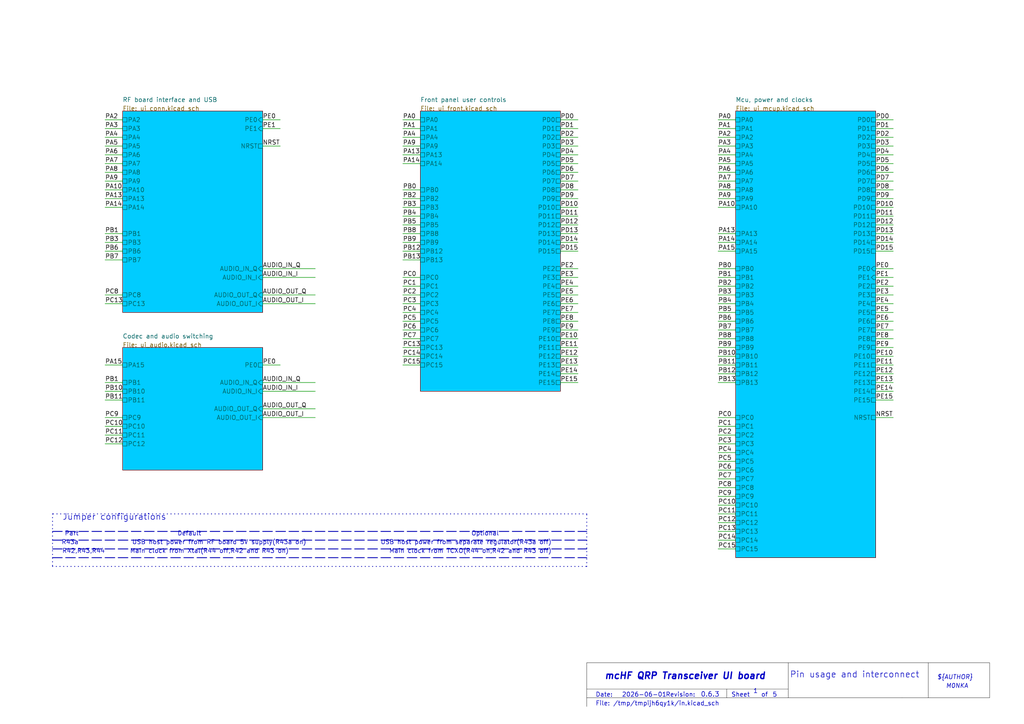
<source format=kicad_sch>
(kicad_sch
	(version 20231120)
	(generator "eeschema")
	(generator_version "8.0")
	(uuid "c494d966-8a6d-4b70-83e4-335025a2f970")
	(paper "A4")
	(title_block
		(title "mcHF QRP Transceiver UI board")
		(rev "0.6.3")
		(company "M0NKA")
	)
	(lib_symbols)
	(wire
		(pts
			(xy 76.2 118.5672) (xy 91.44 118.5672)
		)
		(stroke
			(width 0)
			(type default)
		)
		(uuid "01f862eb-dbb0-401a-baa1-8be5ce22a6a9")
	)
	(wire
		(pts
			(xy 208.28 52.5272) (xy 213.36 52.5272)
		)
		(stroke
			(width 0)
			(type default)
		)
		(uuid "02bb3b64-ef06-4d13-a1a4-060348fdf860")
	)
	(wire
		(pts
			(xy 121.92 55.0672) (xy 116.84 55.0672)
		)
		(stroke
			(width 0)
			(type default)
		)
		(uuid "0381de38-4a53-495d-aec4-98f45fbdc809")
	)
	(wire
		(pts
			(xy 254 49.9872) (xy 259.08 49.9872)
		)
		(stroke
			(width 0)
			(type default)
		)
		(uuid "058bc1fe-a8ac-403b-8322-7788c570e4c0")
	)
	(wire
		(pts
			(xy 116.84 42.3672) (xy 121.92 42.3672)
		)
		(stroke
			(width 0)
			(type default)
		)
		(uuid "0884a40f-9fb9-4633-807c-0d5e67204e13")
	)
	(polyline
		(pts
			(xy 15.24 164.2872) (xy 170.18 164.2872)
		)
		(stroke
			(width 0.254)
			(type dot)
			(color 0 0 180 1)
		)
		(uuid "08a94eae-0516-47d5-b5e3-21e67868ef9a")
	)
	(wire
		(pts
			(xy 162.56 47.4472) (xy 167.64 47.4472)
		)
		(stroke
			(width 0)
			(type default)
		)
		(uuid "091a6a85-82ba-4733-a945-0bc868c8dbfd")
	)
	(wire
		(pts
			(xy 30.48 116.0272) (xy 35.56 116.0272)
		)
		(stroke
			(width 0)
			(type default)
		)
		(uuid "0bb45ada-a61f-409a-884c-df39920b6a31")
	)
	(wire
		(pts
			(xy 116.84 72.8472) (xy 121.92 72.8472)
		)
		(stroke
			(width 0)
			(type default)
		)
		(uuid "0bc1e3a2-2e15-45a4-afbd-94f8bf184e2e")
	)
	(wire
		(pts
			(xy 213.36 80.4672) (xy 208.28 80.4672)
		)
		(stroke
			(width 0)
			(type default)
		)
		(uuid "0cafd279-ccb0-4054-bdad-1f2f7df415cf")
	)
	(wire
		(pts
			(xy 116.84 80.4672) (xy 121.92 80.4672)
		)
		(stroke
			(width 0)
			(type default)
		)
		(uuid "0d8dd9df-5829-4d11-b0d1-3d630de3d133")
	)
	(wire
		(pts
			(xy 208.28 154.1272) (xy 213.36 154.1272)
		)
		(stroke
			(width 0)
			(type default)
		)
		(uuid "0db23d80-2128-4992-b0c7-44db5899e9a0")
	)
	(wire
		(pts
			(xy 254 103.3272) (xy 259.08 103.3272)
		)
		(stroke
			(width 0)
			(type default)
		)
		(uuid "0ebc020c-9bc7-4622-b645-bf3afa1b78bf")
	)
	(wire
		(pts
			(xy 116.84 103.3272) (xy 121.92 103.3272)
		)
		(stroke
			(width 0)
			(type default)
		)
		(uuid "1169b3db-0d22-4453-aa45-058e1ac04b2c")
	)
	(wire
		(pts
			(xy 162.56 67.7672) (xy 167.64 67.7672)
		)
		(stroke
			(width 0)
			(type default)
		)
		(uuid "157c7fda-e16a-4b43-9516-aa27a3248385")
	)
	(wire
		(pts
			(xy 76.2 110.9472) (xy 91.44 110.9472)
		)
		(stroke
			(width 0)
			(type default)
		)
		(uuid "18cdb06b-e917-47bc-a37e-2ea3aa386f0a")
	)
	(wire
		(pts
			(xy 254 47.4472) (xy 259.08 47.4472)
		)
		(stroke
			(width 0)
			(type default)
		)
		(uuid "1ba8bea6-5f78-464b-9254-cfe42377de62")
	)
	(polyline
		(pts
			(xy 287.02 202.3872) (xy 287.02 192.2272)
		)
		(stroke
			(width 0.0254)
			(type solid)
			(color 0 0 0 1)
		)
		(uuid "1c948626-18cc-4d17-8b35-3ec402a39ca9")
	)
	(wire
		(pts
			(xy 162.56 88.0872) (xy 167.64 88.0872)
		)
		(stroke
			(width 0)
			(type default)
		)
		(uuid "1d745f1f-0744-43db-add8-71a2e605c627")
	)
	(wire
		(pts
			(xy 254 60.1472) (xy 259.08 60.1472)
		)
		(stroke
			(width 0)
			(type default)
		)
		(uuid "1e8575ea-bb5d-4cd5-a206-6a36ccce0cb2")
	)
	(wire
		(pts
			(xy 116.84 39.8272) (xy 121.92 39.8272)
		)
		(stroke
			(width 0)
			(type default)
		)
		(uuid "1ed5fe7e-8c17-49a5-b85f-0b342b97679b")
	)
	(wire
		(pts
			(xy 30.48 34.7472) (xy 35.56 34.7472)
		)
		(stroke
			(width 0)
			(type default)
		)
		(uuid "1f85f558-88ad-4b30-897a-4f9dee45de93")
	)
	(wire
		(pts
			(xy 76.2 42.3672) (xy 81.28 42.3672)
		)
		(stroke
			(width 0)
			(type default)
		)
		(uuid "1fb32d03-d5ec-4f7e-9c42-7ff7a8879abd")
	)
	(wire
		(pts
			(xy 30.48 121.1072) (xy 35.56 121.1072)
		)
		(stroke
			(width 0)
			(type default)
		)
		(uuid "204090a6-da74-49b6-8b43-986cbe66dc12")
	)
	(wire
		(pts
			(xy 30.48 85.5472) (xy 35.56 85.5472)
		)
		(stroke
			(width 0)
			(type default)
		)
		(uuid "216e8689-c6c0-4a8a-a3f2-b0864309209f")
	)
	(wire
		(pts
			(xy 254 93.1672) (xy 259.08 93.1672)
		)
		(stroke
			(width 0)
			(type default)
		)
		(uuid "23a551f3-1dd1-4b2d-8ddb-934f1860458f")
	)
	(wire
		(pts
			(xy 30.48 123.6472) (xy 35.56 123.6472)
		)
		(stroke
			(width 0)
			(type default)
		)
		(uuid "26078724-9790-4efa-bcaa-ba1a4acc9783")
	)
	(wire
		(pts
			(xy 213.36 100.7872) (xy 208.28 100.7872)
		)
		(stroke
			(width 0)
			(type default)
		)
		(uuid "294bca41-34c1-45a6-82f2-7581433a9968")
	)
	(wire
		(pts
			(xy 213.36 70.3072) (xy 208.28 70.3072)
		)
		(stroke
			(width 0)
			(type default)
		)
		(uuid "29ac469c-3fb9-4162-a8f5-c130b7b19fde")
	)
	(wire
		(pts
			(xy 162.56 77.9272) (xy 167.64 77.9272)
		)
		(stroke
			(width 0)
			(type default)
		)
		(uuid "2c5eb374-065b-4b2b-9185-d2726d699212")
	)
	(wire
		(pts
			(xy 162.56 95.7072) (xy 167.64 95.7072)
		)
		(stroke
			(width 0)
			(type default)
		)
		(uuid "2d519cc2-4a6b-414c-8ded-a4c69e023377")
	)
	(wire
		(pts
			(xy 254 108.4072) (xy 259.08 108.4072)
		)
		(stroke
			(width 0)
			(type default)
		)
		(uuid "2d5fd8c2-facf-49ca-959a-ccb8beaccb29")
	)
	(polyline
		(pts
			(xy 15.24 149.0472) (xy 15.24 164.2872)
		)
		(stroke
			(width 0.254)
			(type dot)
			(color 0 0 180 1)
		)
		(uuid "2e1b2bfc-308e-4c1c-838b-f2a1f5a97c7a")
	)
	(wire
		(pts
			(xy 208.28 83.0072) (xy 213.36 83.0072)
		)
		(stroke
			(width 0)
			(type default)
		)
		(uuid "2e49501f-59fb-4df8-b338-214de90d49a1")
	)
	(wire
		(pts
			(xy 116.84 100.7872) (xy 121.92 100.7872)
		)
		(stroke
			(width 0)
			(type default)
		)
		(uuid "2e675f6c-86d6-4b0c-b078-25f6dbfe8efc")
	)
	(polyline
		(pts
			(xy 15.24 156.6672) (xy 170.18 156.6672)
		)
		(stroke
			(width 0.254)
			(type dash)
			(color 0 0 180 1)
		)
		(uuid "30a060c7-babc-46d1-8ce9-3441fc383b4d")
	)
	(wire
		(pts
			(xy 116.84 65.2272) (xy 121.92 65.2272)
		)
		(stroke
			(width 0)
			(type default)
		)
		(uuid "3114cae0-b721-4456-9e89-8a80817c6d83")
	)
	(wire
		(pts
			(xy 208.28 146.5072) (xy 213.36 146.5072)
		)
		(stroke
			(width 0)
			(type default)
		)
		(uuid "321a5dfa-8cca-4f84-af98-24e17f9cd556")
	)
	(wire
		(pts
			(xy 254 100.7872) (xy 259.08 100.7872)
		)
		(stroke
			(width 0)
			(type default)
		)
		(uuid "374dcf01-dc70-4cb4-af14-e8f015737a86")
	)
	(wire
		(pts
			(xy 208.28 131.2672) (xy 213.36 131.2672)
		)
		(stroke
			(width 0)
			(type default)
		)
		(uuid "37e90d92-b92b-4c72-b85b-7211e71853d4")
	)
	(wire
		(pts
			(xy 254 83.0072) (xy 259.08 83.0072)
		)
		(stroke
			(width 0)
			(type default)
		)
		(uuid "3b0921ce-8239-478d-a915-3e92ade35e0e")
	)
	(wire
		(pts
			(xy 213.36 60.1472) (xy 208.28 60.1472)
		)
		(stroke
			(width 0)
			(type default)
		)
		(uuid "3b9257b5-d306-4524-8a70-ff753dbebd59")
	)
	(wire
		(pts
			(xy 208.28 72.8472) (xy 213.36 72.8472)
		)
		(stroke
			(width 0)
			(type default)
		)
		(uuid "4101ca64-4253-4ed9-94b7-cd9500767b57")
	)
	(wire
		(pts
			(xy 116.84 47.4472) (xy 121.92 47.4472)
		)
		(stroke
			(width 0)
			(type default)
		)
		(uuid "41aa27e1-680f-4ca4-90c6-2aff7d17b4d7")
	)
	(wire
		(pts
			(xy 208.28 151.5872) (xy 213.36 151.5872)
		)
		(stroke
			(width 0)
			(type default)
		)
		(uuid "42613c17-a4e6-42d6-a929-cce9256e77b5")
	)
	(wire
		(pts
			(xy 76.2 121.1072) (xy 91.44 121.1072)
		)
		(stroke
			(width 0)
			(type default)
		)
		(uuid "42ab32ff-e0e8-439c-9e6f-246f9607ed18")
	)
	(wire
		(pts
			(xy 116.84 90.6272) (xy 121.92 90.6272)
		)
		(stroke
			(width 0)
			(type default)
		)
		(uuid "4403be2e-76af-4524-91a7-e835f34bfe08")
	)
	(wire
		(pts
			(xy 208.28 149.0472) (xy 213.36 149.0472)
		)
		(stroke
			(width 0)
			(type default)
		)
		(uuid "4417197b-bb13-40ca-9307-7f324f3bf90f")
	)
	(wire
		(pts
			(xy 213.36 108.4072) (xy 208.28 108.4072)
		)
		(stroke
			(width 0)
			(type default)
		)
		(uuid "44d25ecc-c188-4d47-b205-4ff9906111d4")
	)
	(wire
		(pts
			(xy 254 113.4872) (xy 259.08 113.4872)
		)
		(stroke
			(width 0)
			(type default)
		)
		(uuid "45af756e-70bc-4f40-952c-875163715920")
	)
	(wire
		(pts
			(xy 254 72.8472) (xy 259.08 72.8472)
		)
		(stroke
			(width 0)
			(type default)
		)
		(uuid "489c1a66-9eda-40bf-b73c-9d8c6294a301")
	)
	(wire
		(pts
			(xy 254 57.6072) (xy 259.08 57.6072)
		)
		(stroke
			(width 0)
			(type default)
		)
		(uuid "48d58b34-12ce-4319-89d8-5067094cc9e6")
	)
	(wire
		(pts
			(xy 116.84 70.3072) (xy 121.92 70.3072)
		)
		(stroke
			(width 0)
			(type default)
		)
		(uuid "48db9898-2f34-4674-9ae6-37898f04dc58")
	)
	(wire
		(pts
			(xy 162.56 103.3272) (xy 167.64 103.3272)
		)
		(stroke
			(width 0)
			(type default)
		)
		(uuid "49a8ec00-7d42-409b-9499-c79c8fe79a59")
	)
	(wire
		(pts
			(xy 213.36 88.0872) (xy 208.28 88.0872)
		)
		(stroke
			(width 0)
			(type default)
		)
		(uuid "4ce2deb0-b900-4011-8be5-5df65e21f3a1")
	)
	(wire
		(pts
			(xy 213.36 98.2472) (xy 208.28 98.2472)
		)
		(stroke
			(width 0)
			(type default)
		)
		(uuid "50764856-07f4-41b4-99b0-f309a53d1993")
	)
	(wire
		(pts
			(xy 162.56 57.6072) (xy 167.64 57.6072)
		)
		(stroke
			(width 0)
			(type default)
		)
		(uuid "5119d90d-6a91-4303-b0ca-e1c40f62bec4")
	)
	(polyline
		(pts
			(xy 210.82 199.8472) (xy 210.82 202.3872)
		)
		(stroke
			(width 0.0254)
			(type solid)
			(color 0 0 0 1)
		)
		(uuid "519ceda5-1db0-45a2-b810-521fb6b946f8")
	)
	(wire
		(pts
			(xy 30.48 42.3672) (xy 35.56 42.3672)
		)
		(stroke
			(width 0)
			(type default)
		)
		(uuid "5514a378-84a1-4d26-baca-fe6a09387450")
	)
	(polyline
		(pts
			(xy 261.62 202.3872) (xy 170.18 202.3872)
		)
		(stroke
			(width 0.0254)
			(type solid)
			(color 0 0 0 1)
		)
		(uuid "5557a261-473c-4da1-b585-f45e5572e425")
	)
	(wire
		(pts
			(xy 208.28 126.1872) (xy 213.36 126.1872)
		)
		(stroke
			(width 0)
			(type default)
		)
		(uuid "561fab1b-87be-4f0c-ba64-e258005f251c")
	)
	(wire
		(pts
			(xy 162.56 100.7872) (xy 167.64 100.7872)
		)
		(stroke
			(width 0)
			(type default)
		)
		(uuid "57175ee3-e8a5-40c6-8756-05443dbdb062")
	)
	(wire
		(pts
			(xy 76.2 113.4872) (xy 91.44 113.4872)
		)
		(stroke
			(width 0)
			(type default)
		)
		(uuid "57991314-bc79-4da9-aa2b-25c7712d9f88")
	)
	(wire
		(pts
			(xy 213.36 105.8672) (xy 208.28 105.8672)
		)
		(stroke
			(width 0)
			(type default)
		)
		(uuid "5890e7d9-25e8-408a-be7b-5f1ef2b8856c")
	)
	(wire
		(pts
			(xy 208.28 67.7672) (xy 213.36 67.7672)
		)
		(stroke
			(width 0)
			(type default)
		)
		(uuid "5a7cb868-4c51-40e6-82a6-c5fe4732ec31")
	)
	(wire
		(pts
			(xy 30.48 55.0672) (xy 35.56 55.0672)
		)
		(stroke
			(width 0)
			(type default)
		)
		(uuid "5ff417af-bc40-4f0d-938a-4954267e7953")
	)
	(wire
		(pts
			(xy 76.2 37.2872) (xy 81.28 37.2872)
		)
		(stroke
			(width 0)
			(type default)
		)
		(uuid "623a2f06-7d6f-4926-99c8-9b0660aa2364")
	)
	(wire
		(pts
			(xy 30.48 75.3872) (xy 35.56 75.3872)
		)
		(stroke
			(width 0)
			(type default)
		)
		(uuid "651f80cd-2e53-4d89-acde-9eac69255049")
	)
	(wire
		(pts
			(xy 116.84 44.9072) (xy 121.92 44.9072)
		)
		(stroke
			(width 0)
			(type default)
		)
		(uuid "65595707-7d89-451d-984e-654e964a38cd")
	)
	(wire
		(pts
			(xy 76.2 85.5472) (xy 91.44 85.5472)
		)
		(stroke
			(width 0)
			(type default)
		)
		(uuid "65b1a482-cfd9-4d1a-bc16-662b928b32da")
	)
	(wire
		(pts
			(xy 208.28 77.9272) (xy 213.36 77.9272)
		)
		(stroke
			(width 0)
			(type default)
		)
		(uuid "6644c1b2-a54d-4019-8b0e-573b084ca908")
	)
	(wire
		(pts
			(xy 254 98.2472) (xy 259.08 98.2472)
		)
		(stroke
			(width 0)
			(type default)
		)
		(uuid "692d6237-a1be-4319-9793-5bee1e62a127")
	)
	(wire
		(pts
			(xy 76.2 77.9272) (xy 91.44 77.9272)
		)
		(stroke
			(width 0)
			(type default)
		)
		(uuid "6a7c7dd1-8be3-4800-9a2c-c93fa3cc4f2a")
	)
	(wire
		(pts
			(xy 30.48 105.8672) (xy 35.56 105.8672)
		)
		(stroke
			(width 0)
			(type default)
		)
		(uuid "6ac3d54f-3a76-4299-9b5d-106d8ace2753")
	)
	(wire
		(pts
			(xy 30.48 88.0872) (xy 35.56 88.0872)
		)
		(stroke
			(width 0)
			(type default)
		)
		(uuid "6b8225ed-c519-492a-b5f2-ce53cd8fbbab")
	)
	(wire
		(pts
			(xy 254 52.5272) (xy 259.08 52.5272)
		)
		(stroke
			(width 0)
			(type default)
		)
		(uuid "6c20f0b4-1633-4bfa-8209-ff130ac08195")
	)
	(wire
		(pts
			(xy 162.56 39.8272) (xy 167.64 39.8272)
		)
		(stroke
			(width 0)
			(type default)
		)
		(uuid "6c278c86-0662-40a9-8bbb-5db2f332a6d3")
	)
	(wire
		(pts
			(xy 30.48 57.6072) (xy 35.56 57.6072)
		)
		(stroke
			(width 0)
			(type default)
		)
		(uuid "6ea0c501-e32b-4b25-a94f-e1fbe61b2eed")
	)
	(wire
		(pts
			(xy 213.36 37.2872) (xy 208.28 37.2872)
		)
		(stroke
			(width 0)
			(type default)
		)
		(uuid "71dbc006-94d9-428f-9d94-95df9f68a1e3")
	)
	(wire
		(pts
			(xy 162.56 93.1672) (xy 167.64 93.1672)
		)
		(stroke
			(width 0)
			(type default)
		)
		(uuid "7204b32a-0eb1-450e-a552-2ff4ca085ec9")
	)
	(wire
		(pts
			(xy 254 77.9272) (xy 259.08 77.9272)
		)
		(stroke
			(width 0)
			(type default)
		)
		(uuid "7828b1c0-f072-42b3-a1b1-f2a4cdb68a10")
	)
	(wire
		(pts
			(xy 76.2 80.4672) (xy 91.44 80.4672)
		)
		(stroke
			(width 0)
			(type default)
		)
		(uuid "799a261a-ba69-4c0c-8635-065977f4af78")
	)
	(wire
		(pts
			(xy 30.48 70.3072) (xy 35.56 70.3072)
		)
		(stroke
			(width 0)
			(type default)
		)
		(uuid "79c0d793-62f2-47ca-863e-f5ea3af7ee37")
	)
	(wire
		(pts
			(xy 254 62.6872) (xy 259.08 62.6872)
		)
		(stroke
			(width 0)
			(type default)
		)
		(uuid "7a407fe5-d0b3-4fa0-aed6-8b217d1a3c31")
	)
	(polyline
		(pts
			(xy 15.24 161.7472) (xy 170.18 161.7472)
		)
		(stroke
			(width 0.254)
			(type dash)
			(color 0 0 180 1)
		)
		(uuid "7ad816cf-94e4-4a49-af4d-fcd30d04fcd1")
	)
	(wire
		(pts
			(xy 213.36 90.6272) (xy 208.28 90.6272)
		)
		(stroke
			(width 0)
			(type default)
		)
		(uuid "7adfae78-0381-44d6-b57e-44f29d1e8103")
	)
	(wire
		(pts
			(xy 208.28 110.9472) (xy 213.36 110.9472)
		)
		(stroke
			(width 0)
			(type default)
		)
		(uuid "7c65aa9a-adb5-4c66-8dc3-31c87f3ec92f")
	)
	(wire
		(pts
			(xy 30.48 52.5272) (xy 35.56 52.5272)
		)
		(stroke
			(width 0)
			(type default)
		)
		(uuid "7d257dec-fd88-421d-89f1-e73a7212dc52")
	)
	(wire
		(pts
			(xy 213.36 136.3472) (xy 208.28 136.3472)
		)
		(stroke
			(width 0)
			(type default)
		)
		(uuid "7dab0c2b-a6e6-4e7b-92e7-52c413e0ed7e")
	)
	(wire
		(pts
			(xy 254 80.4672) (xy 259.08 80.4672)
		)
		(stroke
			(width 0)
			(type default)
		)
		(uuid "7e5eee83-40d4-4d1c-a96a-1e078fa53806")
	)
	(wire
		(pts
			(xy 208.28 103.3272) (xy 213.36 103.3272)
		)
		(stroke
			(width 0)
			(type default)
		)
		(uuid "7eaaede3-cfa2-4539-bbf3-92c81108fe14")
	)
	(wire
		(pts
			(xy 162.56 105.8672) (xy 167.64 105.8672)
		)
		(stroke
			(width 0)
			(type default)
		)
		(uuid "7f2cdef6-25a6-4784-a0a3-275f2d62c51e")
	)
	(wire
		(pts
			(xy 116.84 34.7472) (xy 121.92 34.7472)
		)
		(stroke
			(width 0)
			(type default)
		)
		(uuid "7fd7887a-f3ec-4416-8d62-b620c71b9a0e")
	)
	(wire
		(pts
			(xy 76.2 88.0872) (xy 91.44 88.0872)
		)
		(stroke
			(width 0)
			(type default)
		)
		(uuid "8295f422-e695-468b-a636-057615f1fdf3")
	)
	(wire
		(pts
			(xy 76.2 34.7472) (xy 81.28 34.7472)
		)
		(stroke
			(width 0)
			(type default)
		)
		(uuid "83658835-d464-4ee2-8607-caf463925217")
	)
	(wire
		(pts
			(xy 30.48 39.8272) (xy 35.56 39.8272)
		)
		(stroke
			(width 0)
			(type default)
		)
		(uuid "8392f17c-3218-4a78-9a2a-2b79cc0db5f8")
	)
	(wire
		(pts
			(xy 254 85.5472) (xy 259.08 85.5472)
		)
		(stroke
			(width 0)
			(type default)
		)
		(uuid "8393380b-39ed-4028-a2e3-e6d7f382536a")
	)
	(wire
		(pts
			(xy 254 88.0872) (xy 259.08 88.0872)
		)
		(stroke
			(width 0)
			(type default)
		)
		(uuid "84157738-2aae-400e-bceb-4e2f58eee59d")
	)
	(wire
		(pts
			(xy 208.28 143.9672) (xy 213.36 143.9672)
		)
		(stroke
			(width 0)
			(type default)
		)
		(uuid "841ca66b-d25f-4cd2-a5da-9442159900ea")
	)
	(wire
		(pts
			(xy 208.28 156.6672) (xy 213.36 156.6672)
		)
		(stroke
			(width 0)
			(type default)
		)
		(uuid "846b3f4d-66dd-421b-a8eb-bed27e24bc3e")
	)
	(wire
		(pts
			(xy 254 42.3672) (xy 259.08 42.3672)
		)
		(stroke
			(width 0)
			(type default)
		)
		(uuid "8598b45c-d482-4744-a098-926c0e3a5fd7")
	)
	(wire
		(pts
			(xy 162.56 49.9872) (xy 167.64 49.9872)
		)
		(stroke
			(width 0)
			(type default)
		)
		(uuid "88882c20-847e-4b8d-9226-a6f5224c453e")
	)
	(wire
		(pts
			(xy 162.56 108.4072) (xy 167.64 108.4072)
		)
		(stroke
			(width 0)
			(type default)
		)
		(uuid "89868c2d-1afb-4945-ac5e-a47910a9c129")
	)
	(polyline
		(pts
			(xy 261.62 202.3872) (xy 287.02 202.3872)
		)
		(stroke
			(width 0.0254)
			(type solid)
			(color 0 0 0 1)
		)
		(uuid "89a497b4-6853-4ba9-ae44-2cb084294631")
	)
	(wire
		(pts
			(xy 162.56 62.6872) (xy 167.64 62.6872)
		)
		(stroke
			(width 0)
			(type default)
		)
		(uuid "8badfe7a-ed8b-4326-8768-58e6fa3c5ce8")
	)
	(wire
		(pts
			(xy 208.28 128.7272) (xy 213.36 128.7272)
		)
		(stroke
			(width 0)
			(type default)
		)
		(uuid "8bd9bd24-d96b-4d76-a028-1068592cbc30")
	)
	(wire
		(pts
			(xy 162.56 65.2272) (xy 167.64 65.2272)
		)
		(stroke
			(width 0)
			(type default)
		)
		(uuid "8c44e4b9-4c95-4687-8663-02276843750e")
	)
	(wire
		(pts
			(xy 121.92 57.6072) (xy 116.84 57.6072)
		)
		(stroke
			(width 0)
			(type default)
		)
		(uuid "8c731c2f-c306-499d-8376-c1cdfea6e15b")
	)
	(wire
		(pts
			(xy 208.28 55.0672) (xy 213.36 55.0672)
		)
		(stroke
			(width 0)
			(type default)
		)
		(uuid "8c9f09c3-97d4-4c3a-8c8c-c29073b5a983")
	)
	(polyline
		(pts
			(xy 228.6 192.2272) (xy 228.6 202.3872)
		)
		(stroke
			(width 0.0254)
			(type solid)
			(color 0 0 0 1)
		)
		(uuid "8cbfd1dd-4fe6-4e6a-a675-a7548b36823b")
	)
	(wire
		(pts
			(xy 208.28 85.5472) (xy 213.36 85.5472)
		)
		(stroke
			(width 0)
			(type default)
		)
		(uuid "8da5f648-5d85-484e-93e2-cbf456e952b2")
	)
	(wire
		(pts
			(xy 116.84 98.2472) (xy 121.92 98.2472)
		)
		(stroke
			(width 0)
			(type default)
		)
		(uuid "8ebf1b64-4400-4686-b4db-d3b0df167564")
	)
	(wire
		(pts
			(xy 254 67.7672) (xy 259.08 67.7672)
		)
		(stroke
			(width 0)
			(type default)
		)
		(uuid "8f151eb5-5831-4f08-a48b-f748eebb679b")
	)
	(wire
		(pts
			(xy 121.92 37.2872) (xy 116.84 37.2872)
		)
		(stroke
			(width 0)
			(type default)
		)
		(uuid "90192f25-0f4d-4695-91ed-9b24e9832755")
	)
	(wire
		(pts
			(xy 254 39.8272) (xy 259.08 39.8272)
		)
		(stroke
			(width 0)
			(type default)
		)
		(uuid "90569476-9d0b-4f04-ab1f-b58b0918f0f7")
	)
	(wire
		(pts
			(xy 208.28 133.8072) (xy 213.36 133.8072)
		)
		(stroke
			(width 0)
			(type default)
		)
		(uuid "909b24f6-235f-4408-add7-c01390feaf95")
	)
	(wire
		(pts
			(xy 116.84 93.1672) (xy 121.92 93.1672)
		)
		(stroke
			(width 0)
			(type default)
		)
		(uuid "91aa78de-0608-44e3-b03b-a03d09286768")
	)
	(wire
		(pts
			(xy 254 34.7472) (xy 259.08 34.7472)
		)
		(stroke
			(width 0)
			(type default)
		)
		(uuid "930bfc44-d40c-4499-b5f5-db80a89fe1ea")
	)
	(wire
		(pts
			(xy 30.48 47.4472) (xy 35.56 47.4472)
		)
		(stroke
			(width 0)
			(type default)
		)
		(uuid "933d12ad-93e1-4b56-b62e-10c78f651d24")
	)
	(wire
		(pts
			(xy 208.28 93.1672) (xy 213.36 93.1672)
		)
		(stroke
			(width 0)
			(type default)
		)
		(uuid "942932e2-8336-4fb9-b982-9aea7349c9da")
	)
	(wire
		(pts
			(xy 121.92 75.3872) (xy 116.84 75.3872)
		)
		(stroke
			(width 0)
			(type default)
		)
		(uuid "9518ac3a-3465-446e-9641-cc3ca9f5e9a5")
	)
	(wire
		(pts
			(xy 254 116.0272) (xy 259.08 116.0272)
		)
		(stroke
			(width 0)
			(type default)
		)
		(uuid "95def711-7069-4896-80dd-5636291c926c")
	)
	(wire
		(pts
			(xy 162.56 55.0672) (xy 167.64 55.0672)
		)
		(stroke
			(width 0)
			(type default)
		)
		(uuid "97132f5d-419c-4bb6-8750-cfae8045138a")
	)
	(wire
		(pts
			(xy 162.56 110.9472) (xy 167.64 110.9472)
		)
		(stroke
			(width 0)
			(type default)
		)
		(uuid "993763cf-934b-4fdc-871c-83ba022ef586")
	)
	(wire
		(pts
			(xy 30.48 126.1872) (xy 35.56 126.1872)
		)
		(stroke
			(width 0)
			(type default)
		)
		(uuid "9a445337-bae9-40fc-914c-bb896f95607f")
	)
	(wire
		(pts
			(xy 162.56 34.7472) (xy 167.64 34.7472)
		)
		(stroke
			(width 0)
			(type default)
		)
		(uuid "9a650966-6ed0-4de1-b444-06a6a6696146")
	)
	(wire
		(pts
			(xy 116.84 67.7672) (xy 121.92 67.7672)
		)
		(stroke
			(width 0)
			(type default)
		)
		(uuid "9b3e3da2-8db4-4efe-b426-c0ed403b64d0")
	)
	(wire
		(pts
			(xy 116.84 95.7072) (xy 121.92 95.7072)
		)
		(stroke
			(width 0)
			(type default)
		)
		(uuid "9c4f506d-d7ec-421f-9d31-41d43006b24d")
	)
	(wire
		(pts
			(xy 254 37.2872) (xy 259.08 37.2872)
		)
		(stroke
			(width 0)
			(type default)
		)
		(uuid "9e476249-2f3e-4b0b-a6e1-f6748b84a444")
	)
	(wire
		(pts
			(xy 162.56 98.2472) (xy 167.64 98.2472)
		)
		(stroke
			(width 0)
			(type default)
		)
		(uuid "9e76f64a-8650-4437-b091-c92a476a3a7e")
	)
	(polyline
		(pts
			(xy 15.24 154.1272) (xy 170.18 154.1272)
		)
		(stroke
			(width 0.254)
			(type dash)
			(color 0 0 180 1)
		)
		(uuid "a27d1a74-36af-4901-b6ed-89818103a451")
	)
	(wire
		(pts
			(xy 162.56 52.5272) (xy 167.64 52.5272)
		)
		(stroke
			(width 0)
			(type default)
		)
		(uuid "a5a63add-b257-4874-a710-e60f8a643303")
	)
	(wire
		(pts
			(xy 208.28 138.8872) (xy 213.36 138.8872)
		)
		(stroke
			(width 0)
			(type default)
		)
		(uuid "a6679380-7e35-47e3-b0fa-e7d0b7a54a1b")
	)
	(polyline
		(pts
			(xy 170.18 199.8472) (xy 228.6 199.8472)
		)
		(stroke
			(width 0.0254)
			(type solid)
			(color 0 0 0 1)
		)
		(uuid "a79afebc-4737-45c8-a970-96c451629081")
	)
	(wire
		(pts
			(xy 30.48 44.9072) (xy 35.56 44.9072)
		)
		(stroke
			(width 0)
			(type default)
		)
		(uuid "abd406a7-2258-4f2a-a61f-4372927a7a6f")
	)
	(wire
		(pts
			(xy 162.56 37.2872) (xy 167.64 37.2872)
		)
		(stroke
			(width 0)
			(type default)
		)
		(uuid "abdd1b05-8f2f-40e3-b255-5de25cbc0a71")
	)
	(wire
		(pts
			(xy 254 95.7072) (xy 259.08 95.7072)
		)
		(stroke
			(width 0)
			(type default)
		)
		(uuid "ac2f1f76-3904-4571-9110-995dd3411ea2")
	)
	(wire
		(pts
			(xy 208.28 34.7472) (xy 213.36 34.7472)
		)
		(stroke
			(width 0)
			(type default)
		)
		(uuid "ae08a763-a5fe-4a6f-a25a-f96528ac1172")
	)
	(wire
		(pts
			(xy 162.56 42.3672) (xy 167.64 42.3672)
		)
		(stroke
			(width 0)
			(type default)
		)
		(uuid "afe54ad9-af2c-4393-9168-14fe871de8a7")
	)
	(polyline
		(pts
			(xy 170.18 164.2872) (xy 170.18 149.0472)
		)
		(stroke
			(width 0.254)
			(type dot)
			(color 0 0 180 1)
		)
		(uuid "b1847db3-4f63-4706-b76e-735a9ed1325a")
	)
	(wire
		(pts
			(xy 254 110.9472) (xy 259.08 110.9472)
		)
		(stroke
			(width 0)
			(type default)
		)
		(uuid "b478156f-9d25-4f17-8633-975ebd2d1b58")
	)
	(wire
		(pts
			(xy 254 65.2272) (xy 259.08 65.2272)
		)
		(stroke
			(width 0)
			(type default)
		)
		(uuid "b537c850-3e53-4e48-8e4b-76e750387017")
	)
	(wire
		(pts
			(xy 254 121.1072) (xy 259.08 121.1072)
		)
		(stroke
			(width 0)
			(type default)
		)
		(uuid "b5c2f244-d032-44ea-bb12-c5e0334bcdc7")
	)
	(wire
		(pts
			(xy 254 55.0672) (xy 259.08 55.0672)
		)
		(stroke
			(width 0)
			(type default)
		)
		(uuid "b6b4a1e9-aba8-4aad-b48d-3d7e87a05899")
	)
	(wire
		(pts
			(xy 213.36 47.4472) (xy 208.28 47.4472)
		)
		(stroke
			(width 0)
			(type default)
		)
		(uuid "b85ac722-e752-4769-a47b-d4ebf375a621")
	)
	(wire
		(pts
			(xy 162.56 85.5472) (xy 167.64 85.5472)
		)
		(stroke
			(width 0)
			(type default)
		)
		(uuid "b9db69e2-2ce0-4708-bb90-5c01356dded3")
	)
	(wire
		(pts
			(xy 254 70.3072) (xy 259.08 70.3072)
		)
		(stroke
			(width 0)
			(type default)
		)
		(uuid "bacff743-00c6-4eb4-aab5-5a98b65bcd31")
	)
	(wire
		(pts
			(xy 30.48 110.9472) (xy 35.56 110.9472)
		)
		(stroke
			(width 0)
			(type default)
		)
		(uuid "bb9b9bc0-517e-4a0d-85f2-0e8f16a520b7")
	)
	(wire
		(pts
			(xy 213.36 49.9872) (xy 208.28 49.9872)
		)
		(stroke
			(width 0)
			(type default)
		)
		(uuid "bca09f01-2b18-45a3-9f53-fdbe089003f0")
	)
	(wire
		(pts
			(xy 116.84 60.1472) (xy 121.92 60.1472)
		)
		(stroke
			(width 0)
			(type default)
		)
		(uuid "c1da487c-9da6-4a59-8dbf-776d9c8624d7")
	)
	(wire
		(pts
			(xy 30.48 67.7672) (xy 35.56 67.7672)
		)
		(stroke
			(width 0)
			(type default)
		)
		(uuid "c3e2776d-a248-4ae2-a0b2-c8bcf6f2c060")
	)
	(wire
		(pts
			(xy 30.48 128.7272) (xy 35.56 128.7272)
		)
		(stroke
			(width 0)
			(type default)
		)
		(uuid "c667a488-a99d-4574-8a4a-5bfbbf2e7466")
	)
	(wire
		(pts
			(xy 30.48 49.9872) (xy 35.56 49.9872)
		)
		(stroke
			(width 0)
			(type default)
		)
		(uuid "c6e648ed-567f-4d4b-b43f-5ac2dc07039e")
	)
	(wire
		(pts
			(xy 30.48 72.8472) (xy 35.56 72.8472)
		)
		(stroke
			(width 0)
			(type default)
		)
		(uuid "c6f45ff4-3499-4d56-9a15-d29925bc4422")
	)
	(wire
		(pts
			(xy 116.84 62.6872) (xy 121.92 62.6872)
		)
		(stroke
			(width 0)
			(type default)
		)
		(uuid "c7b11335-c179-440c-81db-6a3bf32179ad")
	)
	(wire
		(pts
			(xy 76.2 105.8672) (xy 81.28 105.8672)
		)
		(stroke
			(width 0)
			(type default)
		)
		(uuid "cca9c75f-0c68-4232-9358-761330023642")
	)
	(wire
		(pts
			(xy 208.28 123.6472) (xy 213.36 123.6472)
		)
		(stroke
			(width 0)
			(type default)
		)
		(uuid "cd60d1e6-048c-4313-9a38-2b8240a4cd4d")
	)
	(wire
		(pts
			(xy 162.56 72.8472) (xy 167.64 72.8472)
		)
		(stroke
			(width 0)
			(type default)
		)
		(uuid "d1e6f384-4581-40e3-865f-7f846e750c09")
	)
	(wire
		(pts
			(xy 162.56 90.6272) (xy 167.64 90.6272)
		)
		(stroke
			(width 0)
			(type default)
		)
		(uuid "d5599c70-ecc8-4ad8-afa5-3ce887f420fc")
	)
	(wire
		(pts
			(xy 162.56 70.3072) (xy 167.64 70.3072)
		)
		(stroke
			(width 0)
			(type default)
		)
		(uuid "d6806ae8-c4cd-460a-a1cf-9cd3a0c4e968")
	)
	(wire
		(pts
			(xy 254 44.9072) (xy 259.08 44.9072)
		)
		(stroke
			(width 0)
			(type default)
		)
		(uuid "d68473ce-16ae-46c6-bfd7-31c2d73e6e0b")
	)
	(wire
		(pts
			(xy 162.56 44.9072) (xy 167.64 44.9072)
		)
		(stroke
			(width 0)
			(type default)
		)
		(uuid "d9d930e7-f119-4e1b-80af-da8df94a17cd")
	)
	(wire
		(pts
			(xy 116.84 83.0072) (xy 121.92 83.0072)
		)
		(stroke
			(width 0)
			(type default)
		)
		(uuid "de34d39a-ebbe-4908-a7ef-b0560473c92f")
	)
	(wire
		(pts
			(xy 213.36 159.2072) (xy 208.28 159.2072)
		)
		(stroke
			(width 0)
			(type default)
		)
		(uuid "e169cbec-8017-4039-a782-134e1e6cf9b9")
	)
	(wire
		(pts
			(xy 162.56 80.4672) (xy 167.64 80.4672)
		)
		(stroke
			(width 0)
			(type default)
		)
		(uuid "e21bb3fa-330c-45c5-9778-1a22e4fc5b06")
	)
	(wire
		(pts
			(xy 208.28 57.6072) (xy 213.36 57.6072)
		)
		(stroke
			(width 0)
			(type default)
		)
		(uuid "e35009e3-f6f6-4831-9a10-24cea67bb892")
	)
	(wire
		(pts
			(xy 254 90.6272) (xy 259.08 90.6272)
		)
		(stroke
			(width 0)
			(type default)
		)
		(uuid "e392523a-b3e3-4631-ab9a-280913fc5136")
	)
	(wire
		(pts
			(xy 208.28 39.8272) (xy 213.36 39.8272)
		)
		(stroke
			(width 0)
			(type default)
		)
		(uuid "e458afc4-6ccc-46bc-83e6-c55514a61939")
	)
	(wire
		(pts
			(xy 121.92 88.0872) (xy 116.84 88.0872)
		)
		(stroke
			(width 0)
			(type default)
		)
		(uuid "e6c64c9e-beee-4df5-b8f2-dc49c6d87e4f")
	)
	(wire
		(pts
			(xy 116.84 85.5472) (xy 121.92 85.5472)
		)
		(stroke
			(width 0)
			(type default)
		)
		(uuid "e8c324a0-3747-4547-97bc-6d958017f431")
	)
	(wire
		(pts
			(xy 208.28 141.4272) (xy 213.36 141.4272)
		)
		(stroke
			(width 0)
			(type default)
		)
		(uuid "e9771b98-0b02-41ea-a21d-a52ea23efe04")
	)
	(wire
		(pts
			(xy 254 105.8672) (xy 259.08 105.8672)
		)
		(stroke
			(width 0)
			(type default)
		)
		(uuid "ee4e2442-4a5d-4284-8d82-5de2e9623dd0")
	)
	(polyline
		(pts
			(xy 170.18 192.2272) (xy 170.18 204.9272)
		)
		(stroke
			(width 0.0254)
			(type solid)
			(color 0 0 0 1)
		)
		(uuid "f0af02c2-f349-4e56-b00c-10b7161e969f")
	)
	(wire
		(pts
			(xy 116.84 105.8672) (xy 121.92 105.8672)
		)
		(stroke
			(width 0)
			(type default)
		)
		(uuid "f164e474-9adb-40e5-8244-cdb439641f22")
	)
	(polyline
		(pts
			(xy 15.24 159.2072) (xy 170.18 159.2072)
		)
		(stroke
			(width 0.254)
			(type dash)
			(color 0 0 180 1)
		)
		(uuid "f1d883c5-a0b7-43ae-9c08-6a5eed966b35")
	)
	(polyline
		(pts
			(xy 269.24 192.2272) (xy 269.24 202.3872)
		)
		(stroke
			(width 0.0254)
			(type solid)
			(color 0 0 0 1)
		)
		(uuid "f489d355-d951-40c6-b50f-f00b44de94e6")
	)
	(wire
		(pts
			(xy 208.28 95.7072) (xy 213.36 95.7072)
		)
		(stroke
			(width 0)
			(type default)
		)
		(uuid "f7268377-f2c4-48a4-9587-53f79f64c319")
	)
	(polyline
		(pts
			(xy 287.02 192.2272) (xy 170.18 192.2272)
		)
		(stroke
			(width 0.0254)
			(type solid)
			(color 0 0 0 1)
		)
		(uuid "f8d202c6-115d-4e37-821f-00802a2f46af")
	)
	(wire
		(pts
			(xy 30.48 60.1472) (xy 35.56 60.1472)
		)
		(stroke
			(width 0)
			(type default)
		)
		(uuid "f988f111-711b-4c39-b39d-e68d4d9563b6")
	)
	(wire
		(pts
			(xy 213.36 44.9072) (xy 208.28 44.9072)
		)
		(stroke
			(width 0)
			(type default)
		)
		(uuid "fa57f911-e629-4efe-be67-ecd9db6bae5b")
	)
	(wire
		(pts
			(xy 162.56 83.0072) (xy 167.64 83.0072)
		)
		(stroke
			(width 0)
			(type default)
		)
		(uuid "fb139200-c690-4852-a62d-d1bc988f024d")
	)
	(wire
		(pts
			(xy 30.48 113.4872) (xy 35.56 113.4872)
		)
		(stroke
			(width 0)
			(type default)
		)
		(uuid "fb522c8d-d33a-4de9-9e06-381481874a00")
	)
	(wire
		(pts
			(xy 208.28 42.3672) (xy 213.36 42.3672)
		)
		(stroke
			(width 0)
			(type default)
		)
		(uuid "fc26ee0e-99cc-4278-8b24-c12d4e73e670")
	)
	(wire
		(pts
			(xy 162.56 60.1472) (xy 167.64 60.1472)
		)
		(stroke
			(width 0)
			(type default)
		)
		(uuid "fcb1a420-7626-457a-b40b-6c0d13966120")
	)
	(wire
		(pts
			(xy 30.48 37.2872) (xy 35.56 37.2872)
		)
		(stroke
			(width 0)
			(type default)
		)
		(uuid "fdd2c16f-8f49-446d-94be-8c93a902f696")
	)
	(polyline
		(pts
			(xy 170.18 149.0472) (xy 15.24 149.0472)
		)
		(stroke
			(width 0.254)
			(type dot)
			(color 0 0 180 1)
		)
		(uuid "fddbe4ca-bc32-4016-9960-fdefb4fad575")
	)
	(wire
		(pts
			(xy 208.28 121.1072) (xy 213.36 121.1072)
		)
		(stroke
			(width 0)
			(type default)
		)
		(uuid "fe629ef7-e460-4dc2-aaa7-17f89a9b8e57")
	)
	(text "Optional"
		(exclude_from_sim no)
		(at 144.78 154.1272 0)
		(effects
			(font
				(size 1.27 1.27)
			)
			(justify right top)
		)
		(uuid "0339fd83-b4b6-49b3-92c3-96a2b0da4c7b")
	)
	(text "File:"
		(exclude_from_sim no)
		(at 172.72 204.9272 0)
		(effects
			(font
				(size 1.27 1.27)
			)
			(justify left bottom)
		)
		(uuid "0fc2d6d6-3201-4e1b-a67a-a0a76c2f3210")
	)
	(text "Sheet"
		(exclude_from_sim no)
		(at 212.09 202.3872 0)
		(effects
			(font
				(size 1.27 1.27)
			)
			(justify left bottom)
		)
		(uuid "1ae2107a-b8f1-424c-949e-ed6bdd764220")
	)
	(text "${FILEPATH}"
		(exclude_from_sim no)
		(at 177.8 204.9272 0)
		(effects
			(font
				(size 1.27 1.27)
			)
			(justify left bottom)
		)
		(uuid "1e8da0e3-3433-49b2-9d1e-818aa7ed1f43")
	)
	(text "of"
		(exclude_from_sim no)
		(at 220.726 202.3872 0)
		(effects
			(font
				(size 1.27 1.27)
			)
			(justify left bottom)
		)
		(uuid "1f1cd257-f523-420d-81cd-a83b2816464e")
	)
	(text "R42,R43,R44"
		(exclude_from_sim no)
		(at 30.48 159.2072 0)
		(effects
			(font
				(size 1.27 1.27)
			)
			(justify right top)
		)
		(uuid "23d8cbac-389c-4e20-a3b1-a0a9a3c85702")
	)
	(text "USB host power from RF board 5V supply(R43a on)"
		(exclude_from_sim no)
		(at 88.9 156.6672 0)
		(effects
			(font
				(size 1.27 1.27)
			)
			(justify right top)
		)
		(uuid "359477ad-e061-49c6-925d-1fc0b9a86211")
	)
	(text "Part"
		(exclude_from_sim no)
		(at 22.86 154.1272 0)
		(effects
			(font
				(size 1.27 1.27)
			)
			(justify right top)
		)
		(uuid "35f710ca-9ed0-446c-b7fe-e41639291702")
	)
	(text "${TITLE}"
		(exclude_from_sim no)
		(at 175.26 197.3072 0)
		(effects
			(font
				(size 1.905 1.905)
				(thickness 0.381)
				(bold yes)
				(italic yes)
			)
			(justify left bottom)
		)
		(uuid "3ffd24ce-77da-4819-97e5-6705a8d5f9e1")
	)
	(text "Jumper configurations"
		(exclude_from_sim no)
		(at 48.26 149.0472 0)
		(effects
			(font
				(size 1.778 1.778)
			)
			(justify right top)
		)
		(uuid "4ab13c03-e65d-4786-8375-5b72eb2b5405")
	)
	(text "Date:"
		(exclude_from_sim no)
		(at 172.72 202.3872 0)
		(effects
			(font
				(size 1.27 1.27)
			)
			(justify left bottom)
		)
		(uuid "5a1c1079-f05c-4d12-a414-947d8f292ce7")
	)
	(text "Main clock from Xtal(R44 off,R42 and R43 on)"
		(exclude_from_sim no)
		(at 83.82 159.2072 0)
		(effects
			(font
				(size 1.27 1.27)
			)
			(justify right top)
		)
		(uuid "75bdc650-ea62-4144-b09f-0458f8bf5271")
	)
	(text "Main clock from TCXO(R44 on,R42 and R43 off)"
		(exclude_from_sim no)
		(at 160.02 159.2072 0)
		(effects
			(font
				(size 1.27 1.27)
			)
			(justify right top)
		)
		(uuid "83933dfc-4152-4bea-b60e-63673162b50b")
	)
	(text "${COMPANY}"
		(exclude_from_sim no)
		(at 274.32 199.8472 0)
		(effects
			(font
				(size 1.27 1.27)
				(italic yes)
			)
			(justify left bottom)
		)
		(uuid "8a9efa8a-f40c-44a4-bd2e-0d06e79bf8cc")
	)
	(text "${AUTHOR}"
		(exclude_from_sim no)
		(at 271.78 197.3072 0)
		(effects
			(font
				(size 1.27 1.27)
				(italic yes)
			)
			(justify left bottom)
		)
		(uuid "960f7e7a-a566-481c-8ac4-613ed7054701")
	)
	(text "R43a"
		(exclude_from_sim no)
		(at 22.86 156.6672 0)
		(effects
			(font
				(size 1.27 1.27)
			)
			(justify right top)
		)
		(uuid "9d12cd57-2909-488a-be48-ab7eef9daae8")
	)
	(text "Default"
		(exclude_from_sim no)
		(at 58.42 154.1272 0)
		(effects
			(font
				(size 1.27 1.27)
			)
			(justify right top)
		)
		(uuid "9e6d8209-5fd4-448c-9a47-ae0c314d1c46")
	)
	(text "1"
		(exclude_from_sim no)
		(at 218.44 199.8472 0)
		(effects
			(font
				(size 1.27 1.27)
			)
			(justify left top)
		)
		(uuid "a82e2c3c-0327-4380-8ee6-c87e3deb825f")
	)
	(text "Revision:"
		(exclude_from_sim no)
		(at 193.04 202.3872 0)
		(effects
			(font
				(size 1.27 1.27)
			)
			(justify left bottom)
		)
		(uuid "c0e4915c-b2a6-4539-84d6-0a780bb5b948")
	)
	(text "USB host power from separate regulator(R43a off)"
		(exclude_from_sim no)
		(at 160.02 156.6672 0)
		(effects
			(font
				(size 1.27 1.27)
			)
			(justify right top)
		)
		(uuid "d998b94e-9416-4ed5-8016-89da7a91dca7")
	)
	(text "${CURRENT_DATE}"
		(exclude_from_sim no)
		(at 180.34 202.3872 0)
		(effects
			(font
				(size 1.27 1.27)
			)
			(justify left bottom)
		)
		(uuid "da4035a5-acbc-4ed9-be45-973678e68bb4")
	)
	(text "${REVISION}"
		(exclude_from_sim no)
		(at 203.2 202.3872 0)
		(effects
			(font
				(size 1.397 1.397)
			)
			(justify left bottom)
		)
		(uuid "e62574b7-208f-44da-8cb2-e9fb511fc041")
	)
	(text "${##}"
		(exclude_from_sim no)
		(at 224.028 202.3872 0)
		(effects
			(font
				(size 1.27 1.27)
			)
			(justify left bottom)
		)
		(uuid "f7a1718f-0b39-4670-bf22-3451f3bfddff")
	)
	(text "Pin usage and interconnect"
		(exclude_from_sim no)
		(at 266.7 194.7672 0)
		(effects
			(font
				(size 1.778 1.778)
			)
			(justify right top)
		)
		(uuid "f953466d-2be8-4ccb-b57b-55a0e2098160")
	)
	(label "PC6"
		(at 116.84 95.7072 0)
		(fields_autoplaced yes)
		(effects
			(font
				(size 1.27 1.27)
			)
			(justify left bottom)
		)
		(uuid "00af39a8-2815-4969-91ed-1c1b1b6e2537")
	)
	(label "PD10"
		(at 254 60.1472 0)
		(fields_autoplaced yes)
		(effects
			(font
				(size 1.27 1.27)
			)
			(justify left bottom)
		)
		(uuid "02d5990e-15d2-422b-925d-24ae9fa62dde")
	)
	(label "PD9"
		(at 162.56 57.6072 0)
		(fields_autoplaced yes)
		(effects
			(font
				(size 1.27 1.27)
			)
			(justify left bottom)
		)
		(uuid "0416185f-1c03-4222-9202-01bde9122c82")
	)
	(label "PD4"
		(at 254 44.9072 0)
		(fields_autoplaced yes)
		(effects
			(font
				(size 1.27 1.27)
			)
			(justify left bottom)
		)
		(uuid "0573620f-45ef-4bb8-9bb3-4d9d97d4736f")
	)
	(label "PE8"
		(at 162.56 93.1672 0)
		(fields_autoplaced yes)
		(effects
			(font
				(size 1.27 1.27)
			)
			(justify left bottom)
		)
		(uuid "068487bc-3fd5-4719-99c7-cafb55547f7c")
	)
	(label "PA0"
		(at 208.28 34.7472 0)
		(fields_autoplaced yes)
		(effects
			(font
				(size 1.27 1.27)
			)
			(justify left bottom)
		)
		(uuid "12db68a8-fa75-41f2-8d78-241d79670dbd")
	)
	(label "PB13"
		(at 116.84 75.3872 0)
		(fields_autoplaced yes)
		(effects
			(font
				(size 1.27 1.27)
			)
			(justify left bottom)
		)
		(uuid "140d7080-7f9f-4e3a-a89f-96599ba8f24b")
	)
	(label "PB3"
		(at 208.28 85.5472 0)
		(fields_autoplaced yes)
		(effects
			(font
				(size 1.27 1.27)
			)
			(justify left bottom)
		)
		(uuid "15f389c3-a561-4d49-923d-bce91118d72e")
	)
	(label "PB4"
		(at 116.84 62.6872 0)
		(fields_autoplaced yes)
		(effects
			(font
				(size 1.27 1.27)
			)
			(justify left bottom)
		)
		(uuid "16e6d7ea-0afb-4881-91ab-1282b53799f5")
	)
	(label "PC3"
		(at 208.28 128.7272 0)
		(fields_autoplaced yes)
		(effects
			(font
				(size 1.27 1.27)
			)
			(justify left bottom)
		)
		(uuid "1712bbe7-4298-4093-b5b8-b85cb6eb89ad")
	)
	(label "PA8"
		(at 30.48 49.9872 0)
		(fields_autoplaced yes)
		(effects
			(font
				(size 1.27 1.27)
			)
			(justify left bottom)
		)
		(uuid "1792b16c-9c2c-4258-8187-5dfc69e8d5ce")
	)
	(label "PD7"
		(at 162.56 52.5272 0)
		(fields_autoplaced yes)
		(effects
			(font
				(size 1.27 1.27)
			)
			(justify left bottom)
		)
		(uuid "1810e6c5-3dd3-43c5-94ed-79d3318ca63a")
	)
	(label "PE13"
		(at 254 110.9472 0)
		(fields_autoplaced yes)
		(effects
			(font
				(size 1.27 1.27)
			)
			(justify left bottom)
		)
		(uuid "189db8b0-52df-4015-9c3b-ea5bb70535c9")
	)
	(label "PE11"
		(at 162.56 100.7872 0)
		(fields_autoplaced yes)
		(effects
			(font
				(size 1.27 1.27)
			)
			(justify left bottom)
		)
		(uuid "18baa4f0-6b46-4567-bdcb-0578157fbac4")
	)
	(label "AUDIO_IN_Q"
		(at 76.2 77.9272 0)
		(fields_autoplaced yes)
		(effects
			(font
				(size 1.27 1.27)
			)
			(justify left bottom)
		)
		(uuid "196df57e-a4eb-4251-b8dc-4f227247ec0b")
	)
	(label "PE10"
		(at 162.56 98.2472 0)
		(fields_autoplaced yes)
		(effects
			(font
				(size 1.27 1.27)
			)
			(justify left bottom)
		)
		(uuid "19b0fd71-5805-4e76-9627-0efa8b8ddb48")
	)
	(label "PE5"
		(at 162.56 85.5472 0)
		(fields_autoplaced yes)
		(effects
			(font
				(size 1.27 1.27)
			)
			(justify left bottom)
		)
		(uuid "19d06514-21da-4e07-a67e-891f81b7100f")
	)
	(label "PC3"
		(at 116.84 88.0872 0)
		(fields_autoplaced yes)
		(effects
			(font
				(size 1.27 1.27)
			)
			(justify left bottom)
		)
		(uuid "19d6dfe7-a81d-4723-afe7-0741ceb8fc4d")
	)
	(label "PE12"
		(at 162.56 103.3272 0)
		(fields_autoplaced yes)
		(effects
			(font
				(size 1.27 1.27)
			)
			(justify left bottom)
		)
		(uuid "19e2dc8b-4ebb-4c54-a123-89464b62f7b6")
	)
	(label "NRST"
		(at 254 121.1072 0)
		(fields_autoplaced yes)
		(effects
			(font
				(size 1.27 1.27)
			)
			(justify left bottom)
		)
		(uuid "1a09e902-776a-4e5b-9fa1-9ff2e89999a6")
	)
	(label "PB9"
		(at 116.84 70.3072 0)
		(fields_autoplaced yes)
		(effects
			(font
				(size 1.27 1.27)
			)
			(justify left bottom)
		)
		(uuid "1c56b1fc-dc2b-478c-90e1-ff53b04fdb38")
	)
	(label "PC0"
		(at 208.28 121.1072 0)
		(fields_autoplaced yes)
		(effects
			(font
				(size 1.27 1.27)
			)
			(justify left bottom)
		)
		(uuid "1d9670fa-058a-4120-bfa8-cab1bdb07616")
	)
	(label "PA5"
		(at 30.48 42.3672 0)
		(fields_autoplaced yes)
		(effects
			(font
				(size 1.27 1.27)
			)
			(justify left bottom)
		)
		(uuid "1dd9336d-19c7-483e-a385-37f8d339b249")
	)
	(label "PB6"
		(at 208.28 93.1672 0)
		(fields_autoplaced yes)
		(effects
			(font
				(size 1.27 1.27)
			)
			(justify left bottom)
		)
		(uuid "1e5a8114-08ab-4e73-a450-c35ca1f4c992")
	)
	(label "PD5"
		(at 254 47.4472 0)
		(fields_autoplaced yes)
		(effects
			(font
				(size 1.27 1.27)
			)
			(justify left bottom)
		)
		(uuid "22c333fe-1bd0-430d-83e3-15d540219fe3")
	)
	(label "PC13"
		(at 208.28 154.1272 0)
		(fields_autoplaced yes)
		(effects
			(font
				(size 1.27 1.27)
			)
			(justify left bottom)
		)
		(uuid "24530db3-9088-4c0b-916b-107a5c0e2f44")
	)
	(label "PC9"
		(at 208.28 143.9672 0)
		(fields_autoplaced yes)
		(effects
			(font
				(size 1.27 1.27)
			)
			(justify left bottom)
		)
		(uuid "260c0875-0484-4b8d-9867-4db79b4e4866")
	)
	(label "PE11"
		(at 254 105.8672 0)
		(fields_autoplaced yes)
		(effects
			(font
				(size 1.27 1.27)
			)
			(justify left bottom)
		)
		(uuid "2762552b-56d3-4fee-933a-67f39b41df88")
	)
	(label "PC11"
		(at 208.28 149.0472 0)
		(fields_autoplaced yes)
		(effects
			(font
				(size 1.27 1.27)
			)
			(justify left bottom)
		)
		(uuid "28249662-64b2-4e97-936a-7556b6d14c7b")
	)
	(label "PB4"
		(at 208.28 88.0872 0)
		(fields_autoplaced yes)
		(effects
			(font
				(size 1.27 1.27)
			)
			(justify left bottom)
		)
		(uuid "29a66abf-9c17-47dd-a7d9-c9563c9ffa32")
	)
	(label "PD13"
		(at 254 67.7672 0)
		(fields_autoplaced yes)
		(effects
			(font
				(size 1.27 1.27)
			)
			(justify left bottom)
		)
		(uuid "2a811d18-017c-499d-913f-a805fbbd9586")
	)
	(label "PC7"
		(at 208.28 138.8872 0)
		(fields_autoplaced yes)
		(effects
			(font
				(size 1.27 1.27)
			)
			(justify left bottom)
		)
		(uuid "2aa0b2d0-6230-4ad0-8224-b939f9fb88e9")
	)
	(label "PC15"
		(at 116.84 105.8672 0)
		(fields_autoplaced yes)
		(effects
			(font
				(size 1.27 1.27)
			)
			(justify left bottom)
		)
		(uuid "2ecf8863-5075-4537-acb5-325b1fa05d40")
	)
	(label "PD15"
		(at 254 72.8472 0)
		(fields_autoplaced yes)
		(effects
			(font
				(size 1.27 1.27)
			)
			(justify left bottom)
		)
		(uuid "2f00dc2d-ad7b-4b89-a1da-70d08ac4e831")
	)
	(label "PA0"
		(at 116.84 34.7472 0)
		(fields_autoplaced yes)
		(effects
			(font
				(size 1.27 1.27)
			)
			(justify left bottom)
		)
		(uuid "3210cc51-ff8a-465a-8fab-3c142af151ac")
	)
	(label "PA14"
		(at 30.48 60.1472 0)
		(fields_autoplaced yes)
		(effects
			(font
				(size 1.27 1.27)
			)
			(justify left bottom)
		)
		(uuid "333f5dd1-a7e2-4c3c-9502-c368c2c8f051")
	)
	(label "PB11"
		(at 208.28 105.8672 0)
		(fields_autoplaced yes)
		(effects
			(font
				(size 1.27 1.27)
			)
			(justify left bottom)
		)
		(uuid "33c118d1-349e-4020-89fb-6a4b4c79b4ad")
	)
	(label "PB1"
		(at 30.48 110.9472 0)
		(fields_autoplaced yes)
		(effects
			(font
				(size 1.27 1.27)
			)
			(justify left bottom)
		)
		(uuid "36f4680a-0d10-4def-8d67-36385f11d9be")
	)
	(label "PA14"
		(at 116.84 47.4472 0)
		(fields_autoplaced yes)
		(effects
			(font
				(size 1.27 1.27)
			)
			(justify left bottom)
		)
		(uuid "36fb840d-a647-4eeb-a10a-a60377d31d42")
	)
	(label "PE3"
		(at 162.56 80.4672 0)
		(fields_autoplaced yes)
		(effects
			(font
				(size 1.27 1.27)
			)
			(justify left bottom)
		)
		(uuid "39f9164c-9e22-45b1-b88d-565cbf34ab6f")
	)
	(label "PA13"
		(at 116.84 44.9072 0)
		(fields_autoplaced yes)
		(effects
			(font
				(size 1.27 1.27)
			)
			(justify left bottom)
		)
		(uuid "3b0a55ef-a7d2-4a81-a9c8-7bd5a328c28b")
	)
	(label "PA10"
		(at 30.48 55.0672 0)
		(fields_autoplaced yes)
		(effects
			(font
				(size 1.27 1.27)
			)
			(justify left bottom)
		)
		(uuid "3cdd7c03-8c1a-4ec6-b5e0-606469617584")
	)
	(label "PD11"
		(at 254 62.6872 0)
		(fields_autoplaced yes)
		(effects
			(font
				(size 1.27 1.27)
			)
			(justify left bottom)
		)
		(uuid "3e1bd0d1-5b6c-421e-b189-25b822b4ba84")
	)
	(label "PD1"
		(at 254 37.2872 0)
		(fields_autoplaced yes)
		(effects
			(font
				(size 1.27 1.27)
			)
			(justify left bottom)
		)
		(uuid "3e2ef66c-dd83-4d39-ab39-acfbc8d0b9ac")
	)
	(label "NRST"
		(at 76.2 42.3672 0)
		(fields_autoplaced yes)
		(effects
			(font
				(size 1.27 1.27)
			)
			(justify left bottom)
		)
		(uuid "3ffd0bbc-f9b2-46f3-9932-0c2c27c21f3c")
	)
	(label "PE7"
		(at 254 95.7072 0)
		(fields_autoplaced yes)
		(effects
			(font
				(size 1.27 1.27)
			)
			(justify left bottom)
		)
		(uuid "4168b285-85a6-4c38-b108-fd9b40cba82e")
	)
	(label "PE6"
		(at 162.56 88.0872 0)
		(fields_autoplaced yes)
		(effects
			(font
				(size 1.27 1.27)
			)
			(justify left bottom)
		)
		(uuid "424a9186-5e77-45fa-8323-00754bf6a320")
	)
	(label "PB5"
		(at 208.28 90.6272 0)
		(fields_autoplaced yes)
		(effects
			(font
				(size 1.27 1.27)
			)
			(justify left bottom)
		)
		(uuid "4257fabe-0de6-4adf-a611-421aeee709b6")
	)
	(label "PC4"
		(at 208.28 131.2672 0)
		(fields_autoplaced yes)
		(effects
			(font
				(size 1.27 1.27)
			)
			(justify left bottom)
		)
		(uuid "43cc2244-931d-427a-a06b-84313fbbf2fb")
	)
	(label "PB8"
		(at 208.28 98.2472 0)
		(fields_autoplaced yes)
		(effects
			(font
				(size 1.27 1.27)
			)
			(justify left bottom)
		)
		(uuid "46431fe1-9b7f-4a4d-b277-348b6071010f")
	)
	(label "PD0"
		(at 254 34.7472 0)
		(fields_autoplaced yes)
		(effects
			(font
				(size 1.27 1.27)
			)
			(justify left bottom)
		)
		(uuid "47f79fb4-dbbf-47be-8748-3d979ff24afd")
	)
	(label "PD8"
		(at 162.56 55.0672 0)
		(fields_autoplaced yes)
		(effects
			(font
				(size 1.27 1.27)
			)
			(justify left bottom)
		)
		(uuid "485035e8-e3a8-4ac8-95c6-371461a6d2b5")
	)
	(label "PB7"
		(at 30.48 75.3872 0)
		(fields_autoplaced yes)
		(effects
			(font
				(size 1.27 1.27)
			)
			(justify left bottom)
		)
		(uuid "48eaa599-aeb8-4f1b-92d3-33d3d9c5b25b")
	)
	(label "PA3"
		(at 208.28 42.3672 0)
		(fields_autoplaced yes)
		(effects
			(font
				(size 1.27 1.27)
			)
			(justify left bottom)
		)
		(uuid "4a041332-b2c1-44fe-841a-82a6770dd40b")
	)
	(label "PC0"
		(at 116.84 80.4672 0)
		(fields_autoplaced yes)
		(effects
			(font
				(size 1.27 1.27)
			)
			(justify left bottom)
		)
		(uuid "4e8398bd-faab-4eb9-8efd-f6fa1ff9d4b9")
	)
	(label "PC12"
		(at 30.48 128.7272 0)
		(fields_autoplaced yes)
		(effects
			(font
				(size 1.27 1.27)
			)
			(justify left bottom)
		)
		(uuid "55d9a76c-f9c3-4c58-ade3-0063de3f2a33")
	)
	(label "PB13"
		(at 208.28 110.9472 0)
		(fields_autoplaced yes)
		(effects
			(font
				(size 1.27 1.27)
			)
			(justify left bottom)
		)
		(uuid "5750e481-c510-4eb8-9b5d-779766e6b019")
	)
	(label "PE13"
		(at 162.56 105.8672 0)
		(fields_autoplaced yes)
		(effects
			(font
				(size 1.27 1.27)
			)
			(justify left bottom)
		)
		(uuid "59b3500e-ca23-4256-8a78-97963f032445")
	)
	(label "PD12"
		(at 254 65.2272 0)
		(fields_autoplaced yes)
		(effects
			(font
				(size 1.27 1.27)
			)
			(justify left bottom)
		)
		(uuid "5a9884b5-09e9-45be-adc3-58a9093892fb")
	)
	(label "PC2"
		(at 116.84 85.5472 0)
		(fields_autoplaced yes)
		(effects
			(font
				(size 1.27 1.27)
			)
			(justify left bottom)
		)
		(uuid "5aeb88b2-e3ff-416c-a764-ba3a1908d62a")
	)
	(label "PB5"
		(at 116.84 65.2272 0)
		(fields_autoplaced yes)
		(effects
			(font
				(size 1.27 1.27)
			)
			(justify left bottom)
		)
		(uuid "5bb50cb4-1409-439d-ba11-5c3897cf8823")
	)
	(label "PA7"
		(at 208.28 52.5272 0)
		(fields_autoplaced yes)
		(effects
			(font
				(size 1.27 1.27)
			)
			(justify left bottom)
		)
		(uuid "5cd16c8a-6579-4324-b0e0-bc1c212ee4d0")
	)
	(label "PA1"
		(at 116.84 37.2872 0)
		(fields_autoplaced yes)
		(effects
			(font
				(size 1.27 1.27)
			)
			(justify left bottom)
		)
		(uuid "5edf1f3e-0581-4213-b9d1-4e07f405baa8")
	)
	(label "PD12"
		(at 162.56 65.2272 0)
		(fields_autoplaced yes)
		(effects
			(font
				(size 1.27 1.27)
			)
			(justify left bottom)
		)
		(uuid "5f16b690-996e-4a64-b088-aedffe03fd26")
	)
	(label "PE5"
		(at 254 90.6272 0)
		(fields_autoplaced yes)
		(effects
			(font
				(size 1.27 1.27)
			)
			(justify left bottom)
		)
		(uuid "5fb300e8-b73f-4378-bdd5-31879ba26e60")
	)
	(label "PD4"
		(at 162.56 44.9072 0)
		(fields_autoplaced yes)
		(effects
			(font
				(size 1.27 1.27)
			)
			(justify left bottom)
		)
		(uuid "5fda0139-993b-4000-9e9e-aad7fe226532")
	)
	(label "PB9"
		(at 208.28 100.7872 0)
		(fields_autoplaced yes)
		(effects
			(font
				(size 1.27 1.27)
			)
			(justify left bottom)
		)
		(uuid "5ff1a364-1ef5-4c85-9cf1-c22ad6faaada")
	)
	(label "PE0"
		(at 76.2 105.8672 0)
		(fields_autoplaced yes)
		(effects
			(font
				(size 1.27 1.27)
			)
			(justify left bottom)
		)
		(uuid "631e55cd-45ef-452d-8470-2224f880f31a")
	)
	(label "PB10"
		(at 30.48 113.4872 0)
		(fields_autoplaced yes)
		(effects
			(font
				(size 1.27 1.27)
			)
			(justify left bottom)
		)
		(uuid "6455dadb-456d-40dc-bb23-871fe730100d")
	)
	(label "PB8"
		(at 116.84 67.7672 0)
		(fields_autoplaced yes)
		(effects
			(font
				(size 1.27 1.27)
			)
			(justify left bottom)
		)
		(uuid "65167826-5c6f-421d-8590-bfc5fc388c02")
	)
	(label "PC7"
		(at 116.84 98.2472 0)
		(fields_autoplaced yes)
		(effects
			(font
				(size 1.27 1.27)
			)
			(justify left bottom)
		)
		(uuid "689ab4c3-796d-47e9-b551-2e51888a8b52")
	)
	(label "PC8"
		(at 208.28 141.4272 0)
		(fields_autoplaced yes)
		(effects
			(font
				(size 1.27 1.27)
			)
			(justify left bottom)
		)
		(uuid "68b4c305-bdd2-4080-8909-a40faf15a876")
	)
	(label "PA6"
		(at 30.48 44.9072 0)
		(fields_autoplaced yes)
		(effects
			(font
				(size 1.27 1.27)
			)
			(justify left bottom)
		)
		(uuid "6af6f790-c126-44a2-a47e-76714d0aeaef")
	)
	(label "PB3"
		(at 116.84 60.1472 0)
		(fields_autoplaced yes)
		(effects
			(font
				(size 1.27 1.27)
			)
			(justify left bottom)
		)
		(uuid "6dc1a0cf-a65a-4916-9542-9f62e5a9ba4b")
	)
	(label "PE2"
		(at 254 83.0072 0)
		(fields_autoplaced yes)
		(effects
			(font
				(size 1.27 1.27)
			)
			(justify left bottom)
		)
		(uuid "701bbcb8-e50c-41a4-a9e5-ce70e653d5bf")
	)
	(label "PE2"
		(at 162.56 77.9272 0)
		(fields_autoplaced yes)
		(effects
			(font
				(size 1.27 1.27)
			)
			(justify left bottom)
		)
		(uuid "70b2430b-7c20-4b6b-b938-ddd540041278")
	)
	(label "PC13"
		(at 30.48 88.0872 0)
		(fields_autoplaced yes)
		(effects
			(font
				(size 1.27 1.27)
			)
			(justify left bottom)
		)
		(uuid "7374c32f-00f7-4f8b-8454-84a12b52b4cb")
	)
	(label "PE4"
		(at 254 88.0872 0)
		(fields_autoplaced yes)
		(effects
			(font
				(size 1.27 1.27)
			)
			(justify left bottom)
		)
		(uuid "7465014a-6f40-4986-9a5c-af18a36f062b")
	)
	(label "PA15"
		(at 208.28 72.8472 0)
		(fields_autoplaced yes)
		(effects
			(font
				(size 1.27 1.27)
			)
			(justify left bottom)
		)
		(uuid "762938d6-9167-413d-8bd4-6ef10c7adb9d")
	)
	(label "PE10"
		(at 254 103.3272 0)
		(fields_autoplaced yes)
		(effects
			(font
				(size 1.27 1.27)
			)
			(justify left bottom)
		)
		(uuid "7635d910-d065-4c32-b077-fcb19c471c60")
	)
	(label "PE1"
		(at 254 80.4672 0)
		(fields_autoplaced yes)
		(effects
			(font
				(size 1.27 1.27)
			)
			(justify left bottom)
		)
		(uuid "76b6f1f4-4dea-459a-9661-a0849bb74c14")
	)
	(label "PD1"
		(at 162.56 37.2872 0)
		(fields_autoplaced yes)
		(effects
			(font
				(size 1.27 1.27)
			)
			(justify left bottom)
		)
		(uuid "788f2fd9-3d96-44fd-b15b-9ac1e3ba585f")
	)
	(label "PD11"
		(at 162.56 62.6872 0)
		(fields_autoplaced yes)
		(effects
			(font
				(size 1.27 1.27)
			)
			(justify left bottom)
		)
		(uuid "789570f0-bee5-4338-b20d-2113c8debd66")
	)
	(label "PE12"
		(at 254 108.4072 0)
		(fields_autoplaced yes)
		(effects
			(font
				(size 1.27 1.27)
			)
			(justify left bottom)
		)
		(uuid "79ca0cba-d413-4b41-84b0-0496f37e3e9c")
	)
	(label "AUDIO_IN_I"
		(at 76.2 80.4672 0)
		(fields_autoplaced yes)
		(effects
			(font
				(size 1.27 1.27)
			)
			(justify left bottom)
		)
		(uuid "7a3539a9-1ba2-44c7-a16c-0cde3115d2ff")
	)
	(label "PB0"
		(at 208.28 77.9272 0)
		(fields_autoplaced yes)
		(effects
			(font
				(size 1.27 1.27)
			)
			(justify left bottom)
		)
		(uuid "7a494cf3-df57-4550-912e-6d02b712d650")
	)
	(label "PE0"
		(at 76.2 34.7472 0)
		(fields_autoplaced yes)
		(effects
			(font
				(size 1.27 1.27)
			)
			(justify left bottom)
		)
		(uuid "7b4d2183-7e68-43b1-8290-1e5df42d947a")
	)
	(label "PA9"
		(at 208.28 57.6072 0)
		(fields_autoplaced yes)
		(effects
			(font
				(size 1.27 1.27)
			)
			(justify left bottom)
		)
		(uuid "7b88957c-75d8-496f-87ab-8986212bf0bd")
	)
	(label "PC15"
		(at 208.28 159.2072 0)
		(fields_autoplaced yes)
		(effects
			(font
				(size 1.27 1.27)
			)
			(justify left bottom)
		)
		(uuid "7be5a802-d361-4161-a436-66e4b978e0cf")
	)
	(label "PA5"
		(at 208.28 47.4472 0)
		(fields_autoplaced yes)
		(effects
			(font
				(size 1.27 1.27)
			)
			(justify left bottom)
		)
		(uuid "7db473f2-c215-46b2-8d25-a2621e387a81")
	)
	(label "PD0"
		(at 162.56 34.7472 0)
		(fields_autoplaced yes)
		(effects
			(font
				(size 1.27 1.27)
			)
			(justify left bottom)
		)
		(uuid "81983927-bcc9-4167-bcbb-d2144191c3d2")
	)
	(label "PA2"
		(at 30.48 34.7472 0)
		(fields_autoplaced yes)
		(effects
			(font
				(size 1.27 1.27)
			)
			(justify left bottom)
		)
		(uuid "83b96ba1-ab58-4ff8-890e-063a0cd3419e")
	)
	(label "PA4"
		(at 208.28 44.9072 0)
		(fields_autoplaced yes)
		(effects
			(font
				(size 1.27 1.27)
			)
			(justify left bottom)
		)
		(uuid "83e4ea76-c73a-44b5-9e69-72be9248f5ab")
	)
	(label "PC10"
		(at 30.48 123.6472 0)
		(fields_autoplaced yes)
		(effects
			(font
				(size 1.27 1.27)
			)
			(justify left bottom)
		)
		(uuid "84692b2c-1b7c-4134-ba0d-2e74fa295759")
	)
	(label "PD3"
		(at 254 42.3672 0)
		(fields_autoplaced yes)
		(effects
			(font
				(size 1.27 1.27)
			)
			(justify left bottom)
		)
		(uuid "854364c1-2894-4969-83bc-b2c194b12ba4")
	)
	(label "AUDIO_OUT_Q"
		(at 76.2 85.5472 0)
		(fields_autoplaced yes)
		(effects
			(font
				(size 1.27 1.27)
			)
			(justify left bottom)
		)
		(uuid "85709be8-899f-40b5-8423-0a6fd7f93da2")
	)
	(label "PA13"
		(at 208.28 67.7672 0)
		(fields_autoplaced yes)
		(effects
			(font
				(size 1.27 1.27)
			)
			(justify left bottom)
		)
		(uuid "85785cfc-5249-45c6-884c-3da49843cd6f")
	)
	(label "PD2"
		(at 254 39.8272 0)
		(fields_autoplaced yes)
		(effects
			(font
				(size 1.27 1.27)
			)
			(justify left bottom)
		)
		(uuid "87e21c6f-bd65-4cd7-9a8e-ba8aebf78687")
	)
	(label "PE15"
		(at 254 116.0272 0)
		(fields_autoplaced yes)
		(effects
			(font
				(size 1.27 1.27)
			)
			(justify left bottom)
		)
		(uuid "8a649c6c-451e-4037-9a79-0ffc68af6d80")
	)
	(label "PE1"
		(at 76.2 37.2872 0)
		(fields_autoplaced yes)
		(effects
			(font
				(size 1.27 1.27)
			)
			(justify left bottom)
		)
		(uuid "909eeb35-0f48-4255-8b4d-e25a693baf77")
	)
	(label "PB1"
		(at 30.48 67.7672 0)
		(fields_autoplaced yes)
		(effects
			(font
				(size 1.27 1.27)
			)
			(justify left bottom)
		)
		(uuid "90b6d8df-ce05-4b4c-b819-587143a599db")
	)
	(label "PD3"
		(at 162.56 42.3672 0)
		(fields_autoplaced yes)
		(effects
			(font
				(size 1.27 1.27)
			)
			(justify left bottom)
		)
		(uuid "93a97971-3389-4071-8608-fb1051458e37")
	)
	(label "PD2"
		(at 162.56 39.8272 0)
		(fields_autoplaced yes)
		(effects
			(font
				(size 1.27 1.27)
			)
			(justify left bottom)
		)
		(uuid "96bef7da-b621-43e4-a813-a89163b8a095")
	)
	(label "PA8"
		(at 208.28 55.0672 0)
		(fields_autoplaced yes)
		(effects
			(font
				(size 1.27 1.27)
			)
			(justify left bottom)
		)
		(uuid "97aeea80-a1a5-4859-af04-e40b6f2021e0")
	)
	(label "PA3"
		(at 30.48 37.2872 0)
		(fields_autoplaced yes)
		(effects
			(font
				(size 1.27 1.27)
			)
			(justify left bottom)
		)
		(uuid "98822eea-6dd7-4e7e-b768-2806492d50e1")
	)
	(label "AUDIO_OUT_Q"
		(at 76.2 118.5672 0)
		(fields_autoplaced yes)
		(effects
			(font
				(size 1.27 1.27)
			)
			(justify left bottom)
		)
		(uuid "98f1082e-44d9-410a-94e4-726964f7c02c")
	)
	(label "PC14"
		(at 208.28 156.6672 0)
		(fields_autoplaced yes)
		(effects
			(font
				(size 1.27 1.27)
			)
			(justify left bottom)
		)
		(uuid "991a6816-49dd-4b38-ac87-007b12d1302a")
	)
	(label "PE14"
		(at 254 113.4872 0)
		(fields_autoplaced yes)
		(effects
			(font
				(size 1.27 1.27)
			)
			(justify left bottom)
		)
		(uuid "9a16b297-a9e7-4c1c-95be-4d1997e60c61")
	)
	(label "PD13"
		(at 162.56 67.7672 0)
		(fields_autoplaced yes)
		(effects
			(font
				(size 1.27 1.27)
			)
			(justify left bottom)
		)
		(uuid "9a8f0eea-b4b7-42d7-8c3f-d4290f998798")
	)
	(label "PC13"
		(at 116.84 100.7872 0)
		(fields_autoplaced yes)
		(effects
			(font
				(size 1.27 1.27)
			)
			(justify left bottom)
		)
		(uuid "a08e5b99-a2a0-4450-9e15-1384840fd2a2")
	)
	(label "PA10"
		(at 208.28 60.1472 0)
		(fields_autoplaced yes)
		(effects
			(font
				(size 1.27 1.27)
			)
			(justify left bottom)
		)
		(uuid "a49d5ba7-482f-4aed-8020-f7d8055b07b3")
	)
	(label "PE6"
		(at 254 93.1672 0)
		(fields_autoplaced yes)
		(effects
			(font
				(size 1.27 1.27)
			)
			(justify left bottom)
		)
		(uuid "a6e16e47-2757-4f0a-936e-3516f2cfbd8b")
	)
	(label "PC8"
		(at 30.48 85.5472 0)
		(fields_autoplaced yes)
		(effects
			(font
				(size 1.27 1.27)
			)
			(justify left bottom)
		)
		(uuid "a8e27298-6f7f-4a77-83d3-b52adb884383")
	)
	(label "PE3"
		(at 254 85.5472 0)
		(fields_autoplaced yes)
		(effects
			(font
				(size 1.27 1.27)
			)
			(justify left bottom)
		)
		(uuid "ab72daa4-c50a-46ab-81d2-45a1bd0bc8d6")
	)
	(label "PE9"
		(at 254 100.7872 0)
		(fields_autoplaced yes)
		(effects
			(font
				(size 1.27 1.27)
			)
			(justify left bottom)
		)
		(uuid "afc9db65-8546-4955-b8a6-366cf40d53fd")
	)
	(label "PB2"
		(at 116.84 57.6072 0)
		(fields_autoplaced yes)
		(effects
			(font
				(size 1.27 1.27)
			)
			(justify left bottom)
		)
		(uuid "b7f69572-4eb8-432e-8c7d-d480f154f980")
	)
	(label "PA6"
		(at 208.28 49.9872 0)
		(fields_autoplaced yes)
		(effects
			(font
				(size 1.27 1.27)
			)
			(justify left bottom)
		)
		(uuid "b810f054-dba0-42d5-a991-4375afdf8e74")
	)
	(label "PB12"
		(at 208.28 108.4072 0)
		(fields_autoplaced yes)
		(effects
			(font
				(size 1.27 1.27)
			)
			(justify left bottom)
		)
		(uuid "b8d0049b-642b-4c7c-976e-a5ce85396b25")
	)
	(label "PC1"
		(at 208.28 123.6472 0)
		(fields_autoplaced yes)
		(effects
			(font
				(size 1.27 1.27)
			)
			(justify left bottom)
		)
		(uuid "b90076e1-982f-498a-8c6c-9c8920860304")
	)
	(label "PB1"
		(at 208.28 80.4672 0)
		(fields_autoplaced yes)
		(effects
			(font
				(size 1.27 1.27)
			)
			(justify left bottom)
		)
		(uuid "bcaf4142-63a2-486a-973f-f201ede1d502")
	)
	(label "AUDIO_IN_Q"
		(at 76.2 110.9472 0)
		(fields_autoplaced yes)
		(effects
			(font
				(size 1.27 1.27)
			)
			(justify left bottom)
		)
		(uuid "bdc8ec04-7b3c-46e5-ba9a-10b017b98665")
	)
	(label "PC12"
		(at 208.28 151.5872 0)
		(fields_autoplaced yes)
		(effects
			(font
				(size 1.27 1.27)
			)
			(justify left bottom)
		)
		(uuid "be154e81-2ed8-4466-b2ca-b7e86855f8bf")
	)
	(label "PB6"
		(at 30.48 72.8472 0)
		(fields_autoplaced yes)
		(effects
			(font
				(size 1.27 1.27)
			)
			(justify left bottom)
		)
		(uuid "be4ebc47-9767-453a-b321-b0eaba96faa7")
	)
	(label "PB11"
		(at 30.48 116.0272 0)
		(fields_autoplaced yes)
		(effects
			(font
				(size 1.27 1.27)
			)
			(justify left bottom)
		)
		(uuid "be9f049f-7f54-4523-9050-978fb81d346f")
	)
	(label "PA9"
		(at 116.84 42.3672 0)
		(fields_autoplaced yes)
		(effects
			(font
				(size 1.27 1.27)
			)
			(justify left bottom)
		)
		(uuid "bfef8dd3-b2f1-4fda-a616-4847034bbb94")
	)
	(label "PA9"
		(at 30.48 52.5272 0)
		(fields_autoplaced yes)
		(effects
			(font
				(size 1.27 1.27)
			)
			(justify left bottom)
		)
		(uuid "c0459d37-7c9f-4825-a80e-9201f5520f80")
	)
	(label "PA14"
		(at 208.28 70.3072 0)
		(fields_autoplaced yes)
		(effects
			(font
				(size 1.27 1.27)
			)
			(justify left bottom)
		)
		(uuid "c28eae71-046e-4b6e-8c42-034d45f292d3")
	)
	(label "PA1"
		(at 208.28 37.2872 0)
		(fields_autoplaced yes)
		(effects
			(font
				(size 1.27 1.27)
			)
			(justify left bottom)
		)
		(uuid "c2f96a0e-09a5-4cca-80bd-8dd2cea80bab")
	)
	(label "PE4"
		(at 162.56 83.0072 0)
		(fields_autoplaced yes)
		(effects
			(font
				(size 1.27 1.27)
			)
			(justify left bottom)
		)
		(uuid "c7696bbd-ddbf-451f-82cc-4207f2708ee2")
	)
	(label "AUDIO_IN_I"
		(at 76.2 113.4872 0)
		(fields_autoplaced yes)
		(effects
			(font
				(size 1.27 1.27)
			)
			(justify left bottom)
		)
		(uuid "c9540d51-6795-48ad-b5c4-22742838b2ae")
	)
	(label "PB3"
		(at 30.48 70.3072 0)
		(fields_autoplaced yes)
		(effects
			(font
				(size 1.27 1.27)
			)
			(justify left bottom)
		)
		(uuid "c993c352-fbc5-4860-9985-a7685b967a8a")
	)
	(label "PD14"
		(at 254 70.3072 0)
		(fields_autoplaced yes)
		(effects
			(font
				(size 1.27 1.27)
			)
			(justify left bottom)
		)
		(uuid "c9987a0c-6d25-42d5-b45a-c5bdfd5274b2")
	)
	(label "PD14"
		(at 162.56 70.3072 0)
		(fields_autoplaced yes)
		(effects
			(font
				(size 1.27 1.27)
			)
			(justify left bottom)
		)
		(uuid "cbfb6641-61ec-4c46-975e-a6583f74532a")
	)
	(label "PD5"
		(at 162.56 47.4472 0)
		(fields_autoplaced yes)
		(effects
			(font
				(size 1.27 1.27)
			)
			(justify left bottom)
		)
		(uuid "cebb74aa-9834-4113-af8c-3a982a5bfdc9")
	)
	(label "PC10"
		(at 208.28 146.5072 0)
		(fields_autoplaced yes)
		(effects
			(font
				(size 1.27 1.27)
			)
			(justify left bottom)
		)
		(uuid "d002bca5-b026-4043-a4ae-7391939b3ff0")
	)
	(label "PE15"
		(at 162.56 110.9472 0)
		(fields_autoplaced yes)
		(effects
			(font
				(size 1.27 1.27)
			)
			(justify left bottom)
		)
		(uuid "d2d0e12c-1ba3-4595-ae31-7108f83c835e")
	)
	(label "PA4"
		(at 116.84 39.8272 0)
		(fields_autoplaced yes)
		(effects
			(font
				(size 1.27 1.27)
			)
			(justify left bottom)
		)
		(uuid "d3b0b592-ee4d-492d-8e05-aa8768be7946")
	)
	(label "PD10"
		(at 162.56 60.1472 0)
		(fields_autoplaced yes)
		(effects
			(font
				(size 1.27 1.27)
			)
			(justify left bottom)
		)
		(uuid "d3db3923-b5d5-484e-b5d9-ce42a63641ea")
	)
	(label "AUDIO_OUT_I"
		(at 76.2 121.1072 0)
		(fields_autoplaced yes)
		(effects
			(font
				(size 1.27 1.27)
			)
			(justify left bottom)
		)
		(uuid "d4d1f58a-3d0b-449f-bda7-0ce34c3bb3ab")
	)
	(label "PD7"
		(at 254 52.5272 0)
		(fields_autoplaced yes)
		(effects
			(font
				(size 1.27 1.27)
			)
			(justify left bottom)
		)
		(uuid "d77eda49-bc51-44aa-bf28-c87e7455114d")
	)
	(label "PB12"
		(at 116.84 72.8472 0)
		(fields_autoplaced yes)
		(effects
			(font
				(size 1.27 1.27)
			)
			(justify left bottom)
		)
		(uuid "d79e03f0-bbdf-4d48-ae7f-9b132f444605")
	)
	(label "PB7"
		(at 208.28 95.7072 0)
		(fields_autoplaced yes)
		(effects
			(font
				(size 1.27 1.27)
			)
			(justify left bottom)
		)
		(uuid "dba3b2b0-3f5d-4014-8baf-c595d005adc5")
	)
	(label "PE7"
		(at 162.56 90.6272 0)
		(fields_autoplaced yes)
		(effects
			(font
				(size 1.27 1.27)
			)
			(justify left bottom)
		)
		(uuid "dd2d1483-7af3-4971-86a3-26221707a383")
	)
	(label "PA13"
		(at 30.48 57.6072 0)
		(fields_autoplaced yes)
		(effects
			(font
				(size 1.27 1.27)
			)
			(justify left bottom)
		)
		(uuid "de6b8e2f-784e-4caf-8546-4c216613349b")
	)
	(label "PC5"
		(at 116.84 93.1672 0)
		(fields_autoplaced yes)
		(effects
			(font
				(size 1.27 1.27)
			)
			(justify left bottom)
		)
		(uuid "df74a564-01f9-4ca3-874f-0e98cdabc6fb")
	)
	(label "PA4"
		(at 30.48 39.8272 0)
		(fields_autoplaced yes)
		(effects
			(font
				(size 1.27 1.27)
			)
			(justify left bottom)
		)
		(uuid "e001d300-5e64-4d28-a62d-debc8ea22c04")
	)
	(label "PC9"
		(at 30.48 121.1072 0)
		(fields_autoplaced yes)
		(effects
			(font
				(size 1.27 1.27)
			)
			(justify left bottom)
		)
		(uuid "e1fc43a1-c96f-44d2-b6f4-bc110ab08ac2")
	)
	(label "PC5"
		(at 208.28 133.8072 0)
		(fields_autoplaced yes)
		(effects
			(font
				(size 1.27 1.27)
			)
			(justify left bottom)
		)
		(uuid "e4ea1f28-b715-43d7-8876-e026eb4337e9")
	)
	(label "PD6"
		(at 254 49.9872 0)
		(fields_autoplaced yes)
		(effects
			(font
				(size 1.27 1.27)
			)
			(justify left bottom)
		)
		(uuid "e79b7812-6a16-4b84-a7b0-528129d09ec0")
	)
	(label "PE0"
		(at 254 77.9272 0)
		(fields_autoplaced yes)
		(effects
			(font
				(size 1.27 1.27)
			)
			(justify left bottom)
		)
		(uuid "e9964abf-2fdf-4587-872a-1707ed0c6f57")
	)
	(label "PE8"
		(at 254 98.2472 0)
		(fields_autoplaced yes)
		(effects
			(font
				(size 1.27 1.27)
			)
			(justify left bottom)
		)
		(uuid "e9effd70-257d-4421-92db-5d69fb07a468")
	)
	(label "PC2"
		(at 208.28 126.1872 0)
		(fields_autoplaced yes)
		(effects
			(font
				(size 1.27 1.27)
			)
			(justify left bottom)
		)
		(uuid "ea9ed3bf-701c-42a8-946a-bb047f206103")
	)
	(label "PC11"
		(at 30.48 126.1872 0)
		(fields_autoplaced yes)
		(effects
			(font
				(size 1.27 1.27)
			)
			(justify left bottom)
		)
		(uuid "ebb02866-081d-4daa-9385-e5e089c303d1")
	)
	(label "PB10"
		(at 208.28 103.3272 0)
		(fields_autoplaced yes)
		(effects
			(font
				(size 1.27 1.27)
			)
			(justify left bottom)
		)
		(uuid "ed251cd5-e305-4560-bb8a-4f028a925536")
	)
	(label "PD6"
		(at 162.56 49.9872 0)
		(fields_autoplaced yes)
		(effects
			(font
				(size 1.27 1.27)
			)
			(justify left bottom)
		)
		(uuid "eef3a38e-ca5d-43ee-a009-d7158790800b")
	)
	(label "PE9"
		(at 162.56 95.7072 0)
		(fields_autoplaced yes)
		(effects
			(font
				(size 1.27 1.27)
			)
			(justify left bottom)
		)
		(uuid "eef97543-c412-4743-9275-1bc48ffd0675")
	)
	(label "PC14"
		(at 116.84 103.3272 0)
		(fields_autoplaced yes)
		(effects
			(font
				(size 1.27 1.27)
			)
			(justify left bottom)
		)
		(uuid "ef171a35-f867-4448-a3ec-fdec9d19664c")
	)
	(label "PC6"
		(at 208.28 136.3472 0)
		(fields_autoplaced yes)
		(effects
			(font
				(size 1.27 1.27)
			)
			(justify left bottom)
		)
		(uuid "eff65b44-dc6a-4cf6-9031-ab8b01620c88")
	)
	(label "PE14"
		(at 162.56 108.4072 0)
		(fields_autoplaced yes)
		(effects
			(font
				(size 1.27 1.27)
			)
			(justify left bottom)
		)
		(uuid "f2347504-07a1-4cf2-8beb-6fefff6708c0")
	)
	(label "PC4"
		(at 116.84 90.6272 0)
		(fields_autoplaced yes)
		(effects
			(font
				(size 1.27 1.27)
			)
			(justify left bottom)
		)
		(uuid "f34cd057-2cc6-4522-b74a-e2538950bfc6")
	)
	(label "PC1"
		(at 116.84 83.0072 0)
		(fields_autoplaced yes)
		(effects
			(font
				(size 1.27 1.27)
			)
			(justify left bottom)
		)
		(uuid "f374f85d-d520-4450-91a6-c1fe64f4cb09")
	)
	(label "PD15"
		(at 162.56 72.8472 0)
		(fields_autoplaced yes)
		(effects
			(font
				(size 1.27 1.27)
			)
			(justify left bottom)
		)
		(uuid "f476f742-eef2-4f4f-951e-32373e8ee4f5")
	)
	(label "PA7"
		(at 30.48 47.4472 0)
		(fields_autoplaced yes)
		(effects
			(font
				(size 1.27 1.27)
			)
			(justify left bottom)
		)
		(uuid "f89682e8-7bb8-491e-82aa-f146146b2d99")
	)
	(label "PD9"
		(at 254 57.6072 0)
		(fields_autoplaced yes)
		(effects
			(font
				(size 1.27 1.27)
			)
			(justify left bottom)
		)
		(uuid "fab6cb3a-5d38-4092-a0d2-6a8cf5cd2ba3")
	)
	(label "PA15"
		(at 30.48 105.8672 0)
		(fields_autoplaced yes)
		(effects
			(font
				(size 1.27 1.27)
			)
			(justify left bottom)
		)
		(uuid "faf0702d-3e29-4ef5-ace1-381d00126aa8")
	)
	(label "AUDIO_OUT_I"
		(at 76.2 88.0872 0)
		(fields_autoplaced yes)
		(effects
			(font
				(size 1.27 1.27)
			)
			(justify left bottom)
		)
		(uuid "fc7e337d-9548-43a7-acee-808af8b77b7f")
	)
	(label "PB2"
		(at 208.28 83.0072 0)
		(fields_autoplaced yes)
		(effects
			(font
				(size 1.27 1.27)
			)
			(justify left bottom)
		)
		(uuid "fc7ee690-a655-4141-a0f4-1326fea2ceca")
	)
	(label "PD8"
		(at 254 55.0672 0)
		(fields_autoplaced yes)
		(effects
			(font
				(size 1.27 1.27)
			)
			(justify left bottom)
		)
		(uuid "fd209e26-c332-4101-a227-5a152c93041b")
	)
	(label "PA2"
		(at 208.28 39.8272 0)
		(fields_autoplaced yes)
		(effects
			(font
				(size 1.27 1.27)
			)
			(justify left bottom)
		)
		(uuid "fd9f9e08-b2f9-47f3-937e-d1b426d9b9dc")
	)
	(label "PB0"
		(at 116.84 55.0672 0)
		(fields_autoplaced yes)
		(effects
			(font
				(size 1.27 1.27)
			)
			(justify left bottom)
		)
		(uuid "feb353c8-eecd-4cce-a699-3e1cd971d633")
	)
	(sheet
		(at 121.92 32.2072)
		(size 40.64 81.28)
		(fields_autoplaced yes)
		(stroke
			(width 0)
			(type solid)
			(color 128 0 0 1)
		)
		(fill
			(color 0 204 255 1.0000)
		)
		(uuid "698871af-d455-4854-b7fe-5707992c0b2b")
		(property "Sheetname" "Front panel user controls"
			(at 121.92 29.6672 0)
			(effects
				(font
					(size 1.27 1.27)
				)
				(justify left bottom)
			)
		)
		(property "Sheetfile" "ui_front.kicad_sch"
			(at 121.92 32.2072 0)
			(effects
				(font
					(size 1.27 1.27)
				)
				(justify left bottom)
			)
		)
		(pin "PA0" passive
			(at 121.92 34.7472 180)
			(effects
				(font
					(size 1.27 1.27)
				)
				(justify left)
			)
			(uuid "aa4b85bd-b35c-4abf-a8f2-8d8f864c0386")
		)
		(pin "PA1" passive
			(at 121.92 37.2872 180)
			(effects
				(font
					(size 1.27 1.27)
				)
				(justify left)
			)
			(uuid "07a5f16d-bc97-47a1-9a3e-0254ca67fbdd")
		)
		(pin "PB3" passive
			(at 121.92 60.1472 180)
			(effects
				(font
					(size 1.27 1.27)
				)
				(justify left)
			)
			(uuid "35ff7946-c07b-4a27-8c52-5de75ebb64e6")
		)
		(pin "PB2" passive
			(at 121.92 57.6072 180)
			(effects
				(font
					(size 1.27 1.27)
				)
				(justify left)
			)
			(uuid "bb5dce4c-b554-4cd2-b9a8-19b97d705d9f")
		)
		(pin "PB0" passive
			(at 121.92 55.0672 180)
			(effects
				(font
					(size 1.27 1.27)
				)
				(justify left)
			)
			(uuid "45b96317-b2ac-4a34-a3c5-66a12f429232")
		)
		(pin "PB8" passive
			(at 121.92 67.7672 180)
			(effects
				(font
					(size 1.27 1.27)
				)
				(justify left)
			)
			(uuid "d928a78f-4fc7-4726-8e1b-5931b0e5d3ef")
		)
		(pin "PB9" passive
			(at 121.92 70.3072 180)
			(effects
				(font
					(size 1.27 1.27)
				)
				(justify left)
			)
			(uuid "80e78329-9fc2-44ef-a137-e6140bff6e79")
		)
		(pin "PB12" passive
			(at 121.92 72.8472 180)
			(effects
				(font
					(size 1.27 1.27)
				)
				(justify left)
			)
			(uuid "14c6bcfe-d5f5-4880-a2af-94d77f15b93a")
		)
		(pin "PB13" passive
			(at 121.92 75.3872 180)
			(effects
				(font
					(size 1.27 1.27)
				)
				(justify left)
			)
			(uuid "704a7b22-a2d4-4495-b8e2-9765b5cda2da")
		)
		(pin "PB4" passive
			(at 121.92 62.6872 180)
			(effects
				(font
					(size 1.27 1.27)
				)
				(justify left)
			)
			(uuid "f67b3bf4-d18a-4650-a289-467a7067d756")
		)
		(pin "PB5" passive
			(at 121.92 65.2272 180)
			(effects
				(font
					(size 1.27 1.27)
				)
				(justify left)
			)
			(uuid "25b524b3-2c84-4c5e-9128-786e87bf5ad6")
		)
		(pin "PC0" passive
			(at 121.92 80.4672 180)
			(effects
				(font
					(size 1.27 1.27)
				)
				(justify left)
			)
			(uuid "1deec037-c1d7-4c8f-a313-00fafc13ff41")
		)
		(pin "PC1" passive
			(at 121.92 83.0072 180)
			(effects
				(font
					(size 1.27 1.27)
				)
				(justify left)
			)
			(uuid "9bea3d44-ce84-4fc2-b6ac-58b2680cb32c")
		)
		(pin "PC2" passive
			(at 121.92 85.5472 180)
			(effects
				(font
					(size 1.27 1.27)
				)
				(justify left)
			)
			(uuid "cb7958ab-f068-4c4e-9f91-ac062aa72b60")
		)
		(pin "PC3" passive
			(at 121.92 88.0872 180)
			(effects
				(font
					(size 1.27 1.27)
				)
				(justify left)
			)
			(uuid "f2a9035e-850e-4d53-8e80-6b69af584144")
		)
		(pin "PC4" passive
			(at 121.92 90.6272 180)
			(effects
				(font
					(size 1.27 1.27)
				)
				(justify left)
			)
			(uuid "450da700-97da-4be7-899d-07394812cda1")
		)
		(pin "PC5" passive
			(at 121.92 93.1672 180)
			(effects
				(font
					(size 1.27 1.27)
				)
				(justify left)
			)
			(uuid "e277e8af-5c6d-4ec6-9536-7905fa05a114")
		)
		(pin "PC6" passive
			(at 121.92 95.7072 180)
			(effects
				(font
					(size 1.27 1.27)
				)
				(justify left)
			)
			(uuid "2ad2c7cf-9b7e-4cb0-abbb-2ea457ea6ad1")
		)
		(pin "PC7" passive
			(at 121.92 98.2472 180)
			(effects
				(font
					(size 1.27 1.27)
				)
				(justify left)
			)
			(uuid "407372e6-6422-491f-ae7f-db40b2064069")
		)
		(pin "PC13" passive
			(at 121.92 100.7872 180)
			(effects
				(font
					(size 1.27 1.27)
				)
				(justify left)
			)
			(uuid "10b7151f-172b-4c9c-93fe-cfd172d7fefd")
		)
		(pin "PC14" passive
			(at 121.92 103.3272 180)
			(effects
				(font
					(size 1.27 1.27)
				)
				(justify left)
			)
			(uuid "7a8e6806-4838-459b-97b6-5a3074f11cad")
		)
		(pin "PC15" passive
			(at 121.92 105.8672 180)
			(effects
				(font
					(size 1.27 1.27)
				)
				(justify left)
			)
			(uuid "b9033a4f-f1a8-46a1-b1d9-71c2dd9b43e3")
		)
		(pin "PD0" passive
			(at 162.56 34.7472 0)
			(effects
				(font
					(size 1.27 1.27)
				)
				(justify right)
			)
			(uuid "e6269687-cc4c-4cb1-83fc-c3c942d2fa62")
		)
		(pin "PD1" passive
			(at 162.56 37.2872 0)
			(effects
				(font
					(size 1.27 1.27)
				)
				(justify right)
			)
			(uuid "66536977-2c46-47e9-8283-9b373aa9d080")
		)
		(pin "PD2" passive
			(at 162.56 39.8272 0)
			(effects
				(font
					(size 1.27 1.27)
				)
				(justify right)
			)
			(uuid "6cd7706d-956d-4b25-8da1-a4d62b31fd5e")
		)
		(pin "PD3" passive
			(at 162.56 42.3672 0)
			(effects
				(font
					(size 1.27 1.27)
				)
				(justify right)
			)
			(uuid "75f20d8c-fd69-4f3b-9f0b-16f49c1e4135")
		)
		(pin "PD4" passive
			(at 162.56 44.9072 0)
			(effects
				(font
					(size 1.27 1.27)
				)
				(justify right)
			)
			(uuid "fd9415b0-0dce-48a4-86b0-9704fa8a1cef")
		)
		(pin "PD5" passive
			(at 162.56 47.4472 0)
			(effects
				(font
					(size 1.27 1.27)
				)
				(justify right)
			)
			(uuid "ab00074b-499d-4310-8e60-f1e6b41ff434")
		)
		(pin "PD6" passive
			(at 162.56 49.9872 0)
			(effects
				(font
					(size 1.27 1.27)
				)
				(justify right)
			)
			(uuid "59c36fb7-8ddf-4e55-9454-e498bffdc3e1")
		)
		(pin "PD7" passive
			(at 162.56 52.5272 0)
			(effects
				(font
					(size 1.27 1.27)
				)
				(justify right)
			)
			(uuid "c0311d44-4d51-46c0-865c-ab4a1c160e6b")
		)
		(pin "PD8" passive
			(at 162.56 55.0672 0)
			(effects
				(font
					(size 1.27 1.27)
				)
				(justify right)
			)
			(uuid "594c2868-dc3e-4960-ae3f-30c28759aa52")
		)
		(pin "PD9" passive
			(at 162.56 57.6072 0)
			(effects
				(font
					(size 1.27 1.27)
				)
				(justify right)
			)
			(uuid "58ce058b-7829-4ebb-b956-d82ef0a97801")
		)
		(pin "PD10" passive
			(at 162.56 60.1472 0)
			(effects
				(font
					(size 1.27 1.27)
				)
				(justify right)
			)
			(uuid "f59e262c-2700-4f5e-964b-002b83de0ffd")
		)
		(pin "PD12" passive
			(at 162.56 65.2272 0)
			(effects
				(font
					(size 1.27 1.27)
				)
				(justify right)
			)
			(uuid "908083c8-3fe1-42e7-9cdf-cfa82b9b1669")
		)
		(pin "PD11" passive
			(at 162.56 62.6872 0)
			(effects
				(font
					(size 1.27 1.27)
				)
				(justify right)
			)
			(uuid "1a172073-ebd9-4386-a1fb-ff49f4bec8c2")
		)
		(pin "PD13" passive
			(at 162.56 67.7672 0)
			(effects
				(font
					(size 1.27 1.27)
				)
				(justify right)
			)
			(uuid "1b9550cb-4d2d-450f-9dbe-f55fd0eaad60")
		)
		(pin "PD14" passive
			(at 162.56 70.3072 0)
			(effects
				(font
					(size 1.27 1.27)
				)
				(justify right)
			)
			(uuid "5fc4a8e8-5dd3-48c6-bf21-5cf6aa5bce31")
		)
		(pin "PD15" passive
			(at 162.56 72.8472 0)
			(effects
				(font
					(size 1.27 1.27)
				)
				(justify right)
			)
			(uuid "4f44866c-dfbd-47a2-a6a5-187e71381fd8")
		)
		(pin "PE2" passive
			(at 162.56 77.9272 0)
			(effects
				(font
					(size 1.27 1.27)
				)
				(justify right)
			)
			(uuid "1aa775e1-4e47-447a-afc0-1b5f2e35f848")
		)
		(pin "PE3" passive
			(at 162.56 80.4672 0)
			(effects
				(font
					(size 1.27 1.27)
				)
				(justify right)
			)
			(uuid "6d791f93-5d64-4d18-955c-0fbb0709cb84")
		)
		(pin "PE4" passive
			(at 162.56 83.0072 0)
			(effects
				(font
					(size 1.27 1.27)
				)
				(justify right)
			)
			(uuid "384561d4-d940-4293-b549-6020aadcfd4b")
		)
		(pin "PE5" passive
			(at 162.56 85.5472 0)
			(effects
				(font
					(size 1.27 1.27)
				)
				(justify right)
			)
			(uuid "82bf007d-74e6-4f66-931d-5beb01fb1784")
		)
		(pin "PE6" passive
			(at 162.56 88.0872 0)
			(effects
				(font
					(size 1.27 1.27)
				)
				(justify right)
			)
			(uuid "5b3ddfe8-02d1-4e0c-acd4-3cf4e9c8ec26")
		)
		(pin "PE7" passive
			(at 162.56 90.6272 0)
			(effects
				(font
					(size 1.27 1.27)
				)
				(justify right)
			)
			(uuid "2044e723-aa3b-4c93-9b0f-9d8b07f008ca")
		)
		(pin "PE8" passive
			(at 162.56 93.1672 0)
			(effects
				(font
					(size 1.27 1.27)
				)
				(justify right)
			)
			(uuid "9a6bda8e-3dfa-4dc9-9e21-9f0867f3b59a")
		)
		(pin "PE9" passive
			(at 162.56 95.7072 0)
			(effects
				(font
					(size 1.27 1.27)
				)
				(justify right)
			)
			(uuid "a27fca5f-1a4e-4a01-8cd6-99daa23df0f0")
		)
		(pin "PE10" passive
			(at 162.56 98.2472 0)
			(effects
				(font
					(size 1.27 1.27)
				)
				(justify right)
			)
			(uuid "4ec63474-3bde-4333-a1b8-ea67b20bd173")
		)
		(pin "PE11" passive
			(at 162.56 100.7872 0)
			(effects
				(font
					(size 1.27 1.27)
				)
				(justify right)
			)
			(uuid "ac65fa11-4141-4760-9a55-2690fa7d1edf")
		)
		(pin "PE12" passive
			(at 162.56 103.3272 0)
			(effects
				(font
					(size 1.27 1.27)
				)
				(justify right)
			)
			(uuid "271db1cd-2920-443c-a50f-6a361e4108d7")
		)
		(pin "PE13" passive
			(at 162.56 105.8672 0)
			(effects
				(font
					(size 1.27 1.27)
				)
				(justify right)
			)
			(uuid "66672bd2-54a5-483b-9a6c-150af1d1b106")
		)
		(pin "PE14" passive
			(at 162.56 108.4072 0)
			(effects
				(font
					(size 1.27 1.27)
				)
				(justify right)
			)
			(uuid "bd4b0d48-c14f-4175-a8bf-9c9d3f187284")
		)
		(pin "PE15" passive
			(at 162.56 110.9472 0)
			(effects
				(font
					(size 1.27 1.27)
				)
				(justify right)
			)
			(uuid "f04d9080-b315-4c69-8482-1f4e8ef6fb87")
		)
		(pin "PA13" passive
			(at 121.92 44.9072 180)
			(effects
				(font
					(size 1.27 1.27)
				)
				(justify left)
			)
			(uuid "64ddad6c-cc60-4ee3-a380-6db5060c244e")
		)
		(pin "PA14" passive
			(at 121.92 47.4472 180)
			(effects
				(font
					(size 1.27 1.27)
				)
				(justify left)
			)
			(uuid "ecbb34a2-e78f-48f2-931f-31d767f04b1f")
		)
		(pin "PA4" passive
			(at 121.92 39.8272 180)
			(effects
				(font
					(size 1.27 1.27)
				)
				(justify left)
			)
			(uuid "f4525fb8-e463-446a-83f8-076762f1f174")
		)
		(pin "PA9" passive
			(at 121.92 42.3672 180)
			(effects
				(font
					(size 1.27 1.27)
				)
				(justify left)
			)
			(uuid "357d5f78-0c3c-4453-a807-21b3609a9f16")
		)
		(instances
			(project "ui_main"
				(path "/c494d966-8a6d-4b70-83e4-335025a2f970"
					(page "4")
				)
			)
		)
	)
	(sheet
		(at 213.36 32.2072)
		(size 40.64 129.54)
		(fields_autoplaced yes)
		(stroke
			(width 0)
			(type solid)
			(color 128 0 0 1)
		)
		(fill
			(color 0 204 255 1.0000)
		)
		(uuid "a0994837-2cba-42a6-8e9f-83d9875994df")
		(property "Sheetname" "Mcu, power and clocks"
			(at 213.36 29.6672 0)
			(effects
				(font
					(size 1.27 1.27)
				)
				(justify left bottom)
			)
		)
		(property "Sheetfile" "ui_mcup.kicad_sch"
			(at 213.36 32.2072 0)
			(effects
				(font
					(size 1.27 1.27)
				)
				(justify left bottom)
			)
		)
		(pin "PD0" passive
			(at 254 34.7472 0)
			(effects
				(font
					(size 1.27 1.27)
				)
				(justify right)
			)
			(uuid "47040549-1610-4c34-8c25-61d1fbdcd382")
		)
		(pin "PD1" passive
			(at 254 37.2872 0)
			(effects
				(font
					(size 1.27 1.27)
				)
				(justify right)
			)
			(uuid "93f46491-c1a6-4e27-ac90-88debd08d5c0")
		)
		(pin "PD2" passive
			(at 254 39.8272 0)
			(effects
				(font
					(size 1.27 1.27)
				)
				(justify right)
			)
			(uuid "9e372a2a-8a0c-4da7-a6f6-db431f8bb86d")
		)
		(pin "PD3" passive
			(at 254 42.3672 0)
			(effects
				(font
					(size 1.27 1.27)
				)
				(justify right)
			)
			(uuid "48ffc3b1-3e3f-4cf9-8aeb-d1ced0ce78a6")
		)
		(pin "PE1" input
			(at 254 80.4672 0)
			(effects
				(font
					(size 1.27 1.27)
				)
				(justify right)
			)
			(uuid "d35ad3b5-5588-4dc9-b717-2e550c8367f8")
		)
		(pin "PD4" passive
			(at 254 44.9072 0)
			(effects
				(font
					(size 1.27 1.27)
				)
				(justify right)
			)
			(uuid "340fdb58-7e45-4a76-ba41-ae3a0091535f")
		)
		(pin "PD5" passive
			(at 254 47.4472 0)
			(effects
				(font
					(size 1.27 1.27)
				)
				(justify right)
			)
			(uuid "ca9796dc-4361-4b88-b1e4-8d6d23959192")
		)
		(pin "PD6" passive
			(at 254 49.9872 0)
			(effects
				(font
					(size 1.27 1.27)
				)
				(justify right)
			)
			(uuid "bb8282ed-d857-44d6-b4dc-d0f12b3ae5e7")
		)
		(pin "PD7" passive
			(at 254 52.5272 0)
			(effects
				(font
					(size 1.27 1.27)
				)
				(justify right)
			)
			(uuid "c5647708-f079-4105-b298-30accf8318f5")
		)
		(pin "PD8" passive
			(at 254 55.0672 0)
			(effects
				(font
					(size 1.27 1.27)
				)
				(justify right)
			)
			(uuid "3550f6f4-5580-4b4b-896b-42034561b5e2")
		)
		(pin "PD9" passive
			(at 254 57.6072 0)
			(effects
				(font
					(size 1.27 1.27)
				)
				(justify right)
			)
			(uuid "0ae4b87a-af44-4f83-8319-4cac37a32ebb")
		)
		(pin "PD10" passive
			(at 254 60.1472 0)
			(effects
				(font
					(size 1.27 1.27)
				)
				(justify right)
			)
			(uuid "b13ac80a-d5d4-464a-b17b-91b49593a32a")
		)
		(pin "PD11" passive
			(at 254 62.6872 0)
			(effects
				(font
					(size 1.27 1.27)
				)
				(justify right)
			)
			(uuid "64cb323f-a7f5-4a23-9e15-8282cb121ce7")
		)
		(pin "PD12" passive
			(at 254 65.2272 0)
			(effects
				(font
					(size 1.27 1.27)
				)
				(justify right)
			)
			(uuid "7cbc0c31-0864-4039-b861-71b4e0635617")
		)
		(pin "PD13" passive
			(at 254 67.7672 0)
			(effects
				(font
					(size 1.27 1.27)
				)
				(justify right)
			)
			(uuid "10e5d6ba-7ff6-4af5-94ac-728ad7939714")
		)
		(pin "PD14" passive
			(at 254 70.3072 0)
			(effects
				(font
					(size 1.27 1.27)
				)
				(justify right)
			)
			(uuid "14977cc1-d08e-4be1-bc4b-c903c6b8c5ef")
		)
		(pin "PD15" passive
			(at 254 72.8472 0)
			(effects
				(font
					(size 1.27 1.27)
				)
				(justify right)
			)
			(uuid "724227b9-5ca3-4834-8189-10a472265bbb")
		)
		(pin "PE2" passive
			(at 254 83.0072 0)
			(effects
				(font
					(size 1.27 1.27)
				)
				(justify right)
			)
			(uuid "901deb22-76a7-44da-9758-c7b008e95fd0")
		)
		(pin "PE3" passive
			(at 254 85.5472 0)
			(effects
				(font
					(size 1.27 1.27)
				)
				(justify right)
			)
			(uuid "3ff79644-2bee-4aba-a46c-62cdc41dcfeb")
		)
		(pin "PE4" passive
			(at 254 88.0872 0)
			(effects
				(font
					(size 1.27 1.27)
				)
				(justify right)
			)
			(uuid "a65abe74-5f14-4edb-bb80-a6f9108ab939")
		)
		(pin "PE5" passive
			(at 254 90.6272 0)
			(effects
				(font
					(size 1.27 1.27)
				)
				(justify right)
			)
			(uuid "0e5c56d9-27be-41ec-b1df-e8c7226f97a8")
		)
		(pin "PE6" passive
			(at 254 93.1672 0)
			(effects
				(font
					(size 1.27 1.27)
				)
				(justify right)
			)
			(uuid "6b26593f-0c8e-48d6-8e4f-f2260e489f8d")
		)
		(pin "PE7" passive
			(at 254 95.7072 0)
			(effects
				(font
					(size 1.27 1.27)
				)
				(justify right)
			)
			(uuid "98568351-a1b3-4ae3-9ef5-a1e7eb89ef51")
		)
		(pin "PE8" passive
			(at 254 98.2472 0)
			(effects
				(font
					(size 1.27 1.27)
				)
				(justify right)
			)
			(uuid "fec4c71f-18c2-49ed-a4ab-2702c59cf57c")
		)
		(pin "PE9" passive
			(at 254 100.7872 0)
			(effects
				(font
					(size 1.27 1.27)
				)
				(justify right)
			)
			(uuid "1ad56781-2af8-4213-80d8-a1a758e53bde")
		)
		(pin "PE10" passive
			(at 254 103.3272 0)
			(effects
				(font
					(size 1.27 1.27)
				)
				(justify right)
			)
			(uuid "e1f1b092-9341-4b11-a32b-b5981f946960")
		)
		(pin "PE11" passive
			(at 254 105.8672 0)
			(effects
				(font
					(size 1.27 1.27)
				)
				(justify right)
			)
			(uuid "5b80093f-6aa6-494e-875c-d57a59afc7a4")
		)
		(pin "PE12" passive
			(at 254 108.4072 0)
			(effects
				(font
					(size 1.27 1.27)
				)
				(justify right)
			)
			(uuid "15f7a67d-8cc8-4515-9c3d-4ab072c909ff")
		)
		(pin "PE13" passive
			(at 254 110.9472 0)
			(effects
				(font
					(size 1.27 1.27)
				)
				(justify right)
			)
			(uuid "d3c366cd-765f-456e-8827-458d5852594f")
		)
		(pin "PE14" passive
			(at 254 113.4872 0)
			(effects
				(font
					(size 1.27 1.27)
				)
				(justify right)
			)
			(uuid "7f7d09fc-5ffb-45a2-a9f7-f19cc093e565")
		)
		(pin "PE15" passive
			(at 254 116.0272 0)
			(effects
				(font
					(size 1.27 1.27)
				)
				(justify right)
			)
			(uuid "45b268fb-b3d8-4dda-9926-daa28fd2c352")
		)
		(pin "PA0" passive
			(at 213.36 34.7472 180)
			(effects
				(font
					(size 1.27 1.27)
				)
				(justify left)
			)
			(uuid "ab57e815-ee75-43cf-b92a-d8796a8c6454")
		)
		(pin "PA1" passive
			(at 213.36 37.2872 180)
			(effects
				(font
					(size 1.27 1.27)
				)
				(justify left)
			)
			(uuid "d7eaa9ab-975d-4c65-ac08-152bcecd9235")
		)
		(pin "PA2" passive
			(at 213.36 39.8272 180)
			(effects
				(font
					(size 1.27 1.27)
				)
				(justify left)
			)
			(uuid "7cfee0d9-e74b-416a-a363-19793ca4c3b7")
		)
		(pin "PA3" passive
			(at 213.36 42.3672 180)
			(effects
				(font
					(size 1.27 1.27)
				)
				(justify left)
			)
			(uuid "8a0701a6-dc4f-4ccd-b716-084abb2a224f")
		)
		(pin "PA4" passive
			(at 213.36 44.9072 180)
			(effects
				(font
					(size 1.27 1.27)
				)
				(justify left)
			)
			(uuid "a77bfd20-ee76-4a5a-8578-26f275e46518")
		)
		(pin "PA5" passive
			(at 213.36 47.4472 180)
			(effects
				(font
					(size 1.27 1.27)
				)
				(justify left)
			)
			(uuid "fb55fd7f-dca1-4c10-b16e-648f5d44aaaf")
		)
		(pin "PA6" passive
			(at 213.36 49.9872 180)
			(effects
				(font
					(size 1.27 1.27)
				)
				(justify left)
			)
			(uuid "9ca37bff-a956-472f-ba67-29ae4c2b2bb9")
		)
		(pin "PA7" passive
			(at 213.36 52.5272 180)
			(effects
				(font
					(size 1.27 1.27)
				)
				(justify left)
			)
			(uuid "2de2e228-6054-4f6f-abd7-d18f5814c91e")
		)
		(pin "PA8" passive
			(at 213.36 55.0672 180)
			(effects
				(font
					(size 1.27 1.27)
				)
				(justify left)
			)
			(uuid "42d66f13-3d8f-4e11-9adf-1c855c8202f3")
		)
		(pin "PA9" passive
			(at 213.36 57.6072 180)
			(effects
				(font
					(size 1.27 1.27)
				)
				(justify left)
			)
			(uuid "5538401c-ba9d-4284-b47d-6c912952542d")
		)
		(pin "PA10" passive
			(at 213.36 60.1472 180)
			(effects
				(font
					(size 1.27 1.27)
				)
				(justify left)
			)
			(uuid "3006a392-4376-4014-9a98-ab7daa43fc8f")
		)
		(pin "PA13" passive
			(at 213.36 67.7672 180)
			(effects
				(font
					(size 1.27 1.27)
				)
				(justify left)
			)
			(uuid "a6b0e12f-f19d-4da3-a3a4-f5558ecd1076")
		)
		(pin "PA14" passive
			(at 213.36 70.3072 180)
			(effects
				(font
					(size 1.27 1.27)
				)
				(justify left)
			)
			(uuid "6efb04c3-ac85-49cc-9380-5af32ba19d59")
		)
		(pin "PA15" passive
			(at 213.36 72.8472 180)
			(effects
				(font
					(size 1.27 1.27)
				)
				(justify left)
			)
			(uuid "42c8c5db-2d3b-47e9-8666-8656a570ec38")
		)
		(pin "PE0" input
			(at 254 77.9272 0)
			(effects
				(font
					(size 1.27 1.27)
				)
				(justify right)
			)
			(uuid "15726cb4-d80d-404a-ae0e-2e4d3c18ff45")
		)
		(pin "PB0" passive
			(at 213.36 77.9272 180)
			(effects
				(font
					(size 1.27 1.27)
				)
				(justify left)
			)
			(uuid "8605cd92-9a54-4481-9084-53a820954b0a")
		)
		(pin "PB1" passive
			(at 213.36 80.4672 180)
			(effects
				(font
					(size 1.27 1.27)
				)
				(justify left)
			)
			(uuid "8810c234-b403-4a1c-8197-89f7e162994d")
		)
		(pin "PB3" passive
			(at 213.36 85.5472 180)
			(effects
				(font
					(size 1.27 1.27)
				)
				(justify left)
			)
			(uuid "cdea0fd2-845b-4ba8-8745-d0257900dd8b")
		)
		(pin "PB4" passive
			(at 213.36 88.0872 180)
			(effects
				(font
					(size 1.27 1.27)
				)
				(justify left)
			)
			(uuid "b7a74cfc-1f20-40da-8725-e8d96f140a89")
		)
		(pin "PB5" passive
			(at 213.36 90.6272 180)
			(effects
				(font
					(size 1.27 1.27)
				)
				(justify left)
			)
			(uuid "41140c98-448b-497c-a45c-efb4b12ff8d6")
		)
		(pin "PB6" passive
			(at 213.36 93.1672 180)
			(effects
				(font
					(size 1.27 1.27)
				)
				(justify left)
			)
			(uuid "cc4d46e3-86ff-4a9e-9d2c-6aded29b0bf4")
		)
		(pin "PB8" passive
			(at 213.36 98.2472 180)
			(effects
				(font
					(size 1.27 1.27)
				)
				(justify left)
			)
			(uuid "c53431e8-faa6-46ab-ac46-6a8310ae9cd0")
		)
		(pin "PB7" passive
			(at 213.36 95.7072 180)
			(effects
				(font
					(size 1.27 1.27)
				)
				(justify left)
			)
			(uuid "a0caee0c-1f55-439c-9bfd-1652d774b238")
		)
		(pin "PB9" passive
			(at 213.36 100.7872 180)
			(effects
				(font
					(size 1.27 1.27)
				)
				(justify left)
			)
			(uuid "a990375b-b168-4ec4-933c-6695820212ce")
		)
		(pin "PB10" passive
			(at 213.36 103.3272 180)
			(effects
				(font
					(size 1.27 1.27)
				)
				(justify left)
			)
			(uuid "daacc2a7-9f7a-447a-9057-0b063410f8b1")
		)
		(pin "PB11" passive
			(at 213.36 105.8672 180)
			(effects
				(font
					(size 1.27 1.27)
				)
				(justify left)
			)
			(uuid "b2de6c8d-4eb7-4052-a58c-077b02aced5b")
		)
		(pin "PB12" passive
			(at 213.36 108.4072 180)
			(effects
				(font
					(size 1.27 1.27)
				)
				(justify left)
			)
			(uuid "f4079dc0-f408-423d-a7d7-caaebc7a596a")
		)
		(pin "PB13" passive
			(at 213.36 110.9472 180)
			(effects
				(font
					(size 1.27 1.27)
				)
				(justify left)
			)
			(uuid "976d9f6d-6371-4287-bd87-f20ef8a357bd")
		)
		(pin "PC1" passive
			(at 213.36 123.6472 180)
			(effects
				(font
					(size 1.27 1.27)
				)
				(justify left)
			)
			(uuid "76da799b-b447-4af0-b987-8701091b62f7")
		)
		(pin "PC0" passive
			(at 213.36 121.1072 180)
			(effects
				(font
					(size 1.27 1.27)
				)
				(justify left)
			)
			(uuid "aefcfe5b-68d9-45c7-9438-4793e4232e36")
		)
		(pin "PC2" passive
			(at 213.36 126.1872 180)
			(effects
				(font
					(size 1.27 1.27)
				)
				(justify left)
			)
			(uuid "3ae40ea0-4fcd-453d-90ee-48ca092c39b3")
		)
		(pin "PC3" passive
			(at 213.36 128.7272 180)
			(effects
				(font
					(size 1.27 1.27)
				)
				(justify left)
			)
			(uuid "bae33cc0-5db9-488b-9177-f17fb9d3b647")
		)
		(pin "PC4" passive
			(at 213.36 131.2672 180)
			(effects
				(font
					(size 1.27 1.27)
				)
				(justify left)
			)
			(uuid "fb583751-1b02-49ed-9fb2-ade329a32729")
		)
		(pin "PC5" passive
			(at 213.36 133.8072 180)
			(effects
				(font
					(size 1.27 1.27)
				)
				(justify left)
			)
			(uuid "c7ace13d-2a81-4fe1-8215-3c5ac3f6c3ac")
		)
		(pin "PC6" passive
			(at 213.36 136.3472 180)
			(effects
				(font
					(size 1.27 1.27)
				)
				(justify left)
			)
			(uuid "94c262bc-031b-4fef-a4b2-1c440f5c01af")
		)
		(pin "PC7" passive
			(at 213.36 138.8872 180)
			(effects
				(font
					(size 1.27 1.27)
				)
				(justify left)
			)
			(uuid "6c26dc7a-9e6e-4e4f-96b8-80fae31ebec5")
		)
		(pin "PC8" passive
			(at 213.36 141.4272 180)
			(effects
				(font
					(size 1.27 1.27)
				)
				(justify left)
			)
			(uuid "8412fbd4-975f-47e2-85c6-2c1685231eb2")
		)
		(pin "PC9" passive
			(at 213.36 143.9672 180)
			(effects
				(font
					(size 1.27 1.27)
				)
				(justify left)
			)
			(uuid "8642d5fe-8232-48ef-9f41-5179f558726d")
		)
		(pin "PC10" passive
			(at 213.36 146.5072 180)
			(effects
				(font
					(size 1.27 1.27)
				)
				(justify left)
			)
			(uuid "649f9add-4c3a-4e61-9e23-7d0288ed4392")
		)
		(pin "PC11" passive
			(at 213.36 149.0472 180)
			(effects
				(font
					(size 1.27 1.27)
				)
				(justify left)
			)
			(uuid "007dc7ef-7bb7-42c4-acbc-c2ea9500dfe9")
		)
		(pin "PC12" passive
			(at 213.36 151.5872 180)
			(effects
				(font
					(size 1.27 1.27)
				)
				(justify left)
			)
			(uuid "5d699e3b-4cc1-4b50-84a7-b36b72c607e8")
		)
		(pin "PC13" passive
			(at 213.36 154.1272 180)
			(effects
				(font
					(size 1.27 1.27)
				)
				(justify left)
			)
			(uuid "51f038fd-c612-4972-90cf-331f5bc7ea25")
		)
		(pin "PC14" passive
			(at 213.36 156.6672 180)
			(effects
				(font
					(size 1.27 1.27)
				)
				(justify left)
			)
			(uuid "cff0b8ea-5561-4cdb-a5f5-ced1ef7932e0")
		)
		(pin "PC15" passive
			(at 213.36 159.2072 180)
			(effects
				(font
					(size 1.27 1.27)
				)
				(justify left)
			)
			(uuid "1d40b3d0-43e7-4862-9c8b-e3436385108a")
		)
		(pin "PB2" passive
			(at 213.36 83.0072 180)
			(effects
				(font
					(size 1.27 1.27)
				)
				(justify left)
			)
			(uuid "63c2aca2-3159-4725-a237-f0e85aa376fc")
		)
		(pin "NRST" passive
			(at 254 121.1072 0)
			(effects
				(font
					(size 1.27 1.27)
				)
				(justify right)
			)
			(uuid "5533d7a1-1f76-4183-8439-43db12038b03")
		)
		(instances
			(project "ui_main"
				(path "/c494d966-8a6d-4b70-83e4-335025a2f970"
					(page "5")
				)
			)
		)
	)
	(sheet
		(at 35.56 100.7872)
		(size 40.64 35.56)
		(fields_autoplaced yes)
		(stroke
			(width 0)
			(type solid)
			(color 128 0 0 1)
		)
		(fill
			(color 0 204 255 1.0000)
		)
		(uuid "cbc6d997-6123-41da-bd5a-b84aece6242c")
		(property "Sheetname" "Codec and audio switching"
			(at 35.56 98.2472 0)
			(effects
				(font
					(size 1.27 1.27)
				)
				(justify left bottom)
			)
		)
		(property "Sheetfile" "ui_audio.kicad_sch"
			(at 35.56 100.7872 0)
			(effects
				(font
					(size 1.27 1.27)
				)
				(justify left bottom)
			)
		)
		(pin "PA15" passive
			(at 35.56 105.8672 180)
			(effects
				(font
					(size 1.27 1.27)
				)
				(justify left)
			)
			(uuid "14fd51fc-d4d4-481e-80b1-fb98fce469f8")
		)
		(pin "PB1" passive
			(at 35.56 110.9472 180)
			(effects
				(font
					(size 1.27 1.27)
				)
				(justify left)
			)
			(uuid "0f477afb-75e5-4ad6-8795-4a58b6b17ade")
		)
		(pin "PB10" passive
			(at 35.56 113.4872 180)
			(effects
				(font
					(size 1.27 1.27)
				)
				(justify left)
			)
			(uuid "007c6395-66d6-4ef8-8047-6fd6eda15227")
		)
		(pin "PB11" passive
			(at 35.56 116.0272 180)
			(effects
				(font
					(size 1.27 1.27)
				)
				(justify left)
			)
			(uuid "46884207-e17b-4e7b-8ac0-7d8c69ef139d")
		)
		(pin "PC9" passive
			(at 35.56 121.1072 180)
			(effects
				(font
					(size 1.27 1.27)
				)
				(justify left)
			)
			(uuid "f81b6105-cafb-4c77-af91-050a2e5eefca")
		)
		(pin "PC11" passive
			(at 35.56 126.1872 180)
			(effects
				(font
					(size 1.27 1.27)
				)
				(justify left)
			)
			(uuid "dbd9fc54-a505-43d1-af51-df5e063f513d")
		)
		(pin "PC10" passive
			(at 35.56 123.6472 180)
			(effects
				(font
					(size 1.27 1.27)
				)
				(justify left)
			)
			(uuid "429b8680-3dd4-44db-a5a8-bc296f348a02")
		)
		(pin "PC12" passive
			(at 35.56 128.7272 180)
			(effects
				(font
					(size 1.27 1.27)
				)
				(justify left)
			)
			(uuid "07469201-c346-401f-a706-6fdb0a52a805")
		)
		(pin "PE0" passive
			(at 76.2 105.8672 0)
			(effects
				(font
					(size 1.27 1.27)
				)
				(justify right)
			)
			(uuid "3a26030c-ff05-4183-8686-bc752acde45b")
		)
		(pin "AUDIO_IN_Q" input
			(at 76.2 110.9472 0)
			(effects
				(font
					(size 1.27 1.27)
				)
				(justify right)
			)
			(uuid "e8f4bb40-4a53-4242-9ce2-533820916a36")
		)
		(pin "AUDIO_IN_I" input
			(at 76.2 113.4872 0)
			(effects
				(font
					(size 1.27 1.27)
				)
				(justify right)
			)
			(uuid "479e557b-0fa2-4689-8cc8-8d513d4c477c")
		)
		(pin "AUDIO_OUT_Q" input
			(at 76.2 118.5672 0)
			(effects
				(font
					(size 1.27 1.27)
				)
				(justify right)
			)
			(uuid "ad496dee-2abf-4a7b-a7ea-49a0a37a87db")
		)
		(pin "AUDIO_OUT_I" input
			(at 76.2 121.1072 0)
			(effects
				(font
					(size 1.27 1.27)
				)
				(justify right)
			)
			(uuid "1dd29340-b353-4357-aaf8-e4d795c58eb9")
		)
		(instances
			(project "ui_main"
				(path "/c494d966-8a6d-4b70-83e4-335025a2f970"
					(page "2")
				)
			)
		)
	)
	(sheet
		(at 35.56 32.2072)
		(size 40.64 58.42)
		(fields_autoplaced yes)
		(stroke
			(width 0)
			(type solid)
			(color 128 0 0 1)
		)
		(fill
			(color 0 204 255 1.0000)
		)
		(uuid "dbbffbe4-1471-46f7-a429-945d155a1847")
		(property "Sheetname" "RF board interface and USB"
			(at 35.56 29.6672 0)
			(effects
				(font
					(size 1.27 1.27)
				)
				(justify left bottom)
			)
		)
		(property "Sheetfile" "ui_conn.kicad_sch"
			(at 35.56 32.2072 0)
			(effects
				(font
					(size 1.27 1.27)
				)
				(justify left bottom)
			)
		)
		(pin "PA3" passive
			(at 35.56 37.2872 180)
			(effects
				(font
					(size 1.27 1.27)
				)
				(justify left)
			)
			(uuid "2c704af6-c2e2-4bc7-9e14-0e9e28e2ee64")
		)
		(pin "PA2" passive
			(at 35.56 34.7472 180)
			(effects
				(font
					(size 1.27 1.27)
				)
				(justify left)
			)
			(uuid "8ed81e66-8439-4c80-80c5-d13b70381264")
		)
		(pin "PA5" passive
			(at 35.56 42.3672 180)
			(effects
				(font
					(size 1.27 1.27)
				)
				(justify left)
			)
			(uuid "2196108b-2ba2-4d41-8d25-9b5d6c3ab4d0")
		)
		(pin "PA6" passive
			(at 35.56 44.9072 180)
			(effects
				(font
					(size 1.27 1.27)
				)
				(justify left)
			)
			(uuid "03384c8a-6a1f-4772-acbc-a89d364bc1ed")
		)
		(pin "PA7" passive
			(at 35.56 47.4472 180)
			(effects
				(font
					(size 1.27 1.27)
				)
				(justify left)
			)
			(uuid "b2bed5ee-ce48-4349-bae5-a1b64c94459d")
		)
		(pin "PA9" passive
			(at 35.56 52.5272 180)
			(effects
				(font
					(size 1.27 1.27)
				)
				(justify left)
			)
			(uuid "1d38e7dd-d6c4-40e6-8d86-454106b1a75b")
		)
		(pin "PB1" passive
			(at 35.56 67.7672 180)
			(effects
				(font
					(size 1.27 1.27)
				)
				(justify left)
			)
			(uuid "4d62acdd-c5e2-4152-a79c-33725808c7df")
		)
		(pin "PA8" passive
			(at 35.56 49.9872 180)
			(effects
				(font
					(size 1.27 1.27)
				)
				(justify left)
			)
			(uuid "7cfbcde8-3d19-451d-aee3-e4c6b3c3d923")
		)
		(pin "PB6" passive
			(at 35.56 72.8472 180)
			(effects
				(font
					(size 1.27 1.27)
				)
				(justify left)
			)
			(uuid "ae878ed7-bca5-459f-8e1b-5f708b1cc1ad")
		)
		(pin "PB7" passive
			(at 35.56 75.3872 180)
			(effects
				(font
					(size 1.27 1.27)
				)
				(justify left)
			)
			(uuid "0920837c-08f3-41ae-a9ba-c6aeff7ba282")
		)
		(pin "PC8" passive
			(at 35.56 85.5472 180)
			(effects
				(font
					(size 1.27 1.27)
				)
				(justify left)
			)
			(uuid "63c186f5-ca6c-4c93-972e-26f0605fc8dd")
		)
		(pin "PE0" input
			(at 76.2 34.7472 0)
			(effects
				(font
					(size 1.27 1.27)
				)
				(justify right)
			)
			(uuid "6932f087-638c-470a-b2ba-98c90544649e")
		)
		(pin "PE1" input
			(at 76.2 37.2872 0)
			(effects
				(font
					(size 1.27 1.27)
				)
				(justify right)
			)
			(uuid "153ba9a3-de54-4927-a016-fb5786594979")
		)
		(pin "AUDIO_IN_Q" input
			(at 76.2 77.9272 0)
			(effects
				(font
					(size 1.27 1.27)
				)
				(justify right)
			)
			(uuid "ed1c8da0-a043-4d85-bd2c-b62d2f6557df")
		)
		(pin "AUDIO_IN_I" input
			(at 76.2 80.4672 0)
			(effects
				(font
					(size 1.27 1.27)
				)
				(justify right)
			)
			(uuid "390a3e68-c910-465f-acdc-3e9116cbdaf1")
		)
		(pin "AUDIO_OUT_Q" input
			(at 76.2 85.5472 0)
			(effects
				(font
					(size 1.27 1.27)
				)
				(justify right)
			)
			(uuid "1c488c3f-6881-435a-aa72-c02b1bb45e31")
		)
		(pin "AUDIO_OUT_I" input
			(at 76.2 88.0872 0)
			(effects
				(font
					(size 1.27 1.27)
				)
				(justify right)
			)
			(uuid "f1c4c486-7f19-42d2-808d-f45c8cdd4a32")
		)
		(pin "PA10" passive
			(at 35.56 55.0672 180)
			(effects
				(font
					(size 1.27 1.27)
				)
				(justify left)
			)
			(uuid "6e7390bf-e009-4292-8af1-077538065f30")
		)
		(pin "PC13" passive
			(at 35.56 88.0872 180)
			(effects
				(font
					(size 1.27 1.27)
				)
				(justify left)
			)
			(uuid "bdb15a4e-b199-468f-b245-e4c082628188")
		)
		(pin "PA4" passive
			(at 35.56 39.8272 180)
			(effects
				(font
					(size 1.27 1.27)
				)
				(justify left)
			)
			(uuid "99703649-e3bc-4380-aa91-06e0ef6a09b3")
		)
		(pin "NRST" passive
			(at 76.2 42.3672 0)
			(effects
				(font
					(size 1.27 1.27)
				)
				(justify right)
			)
			(uuid "39384d65-a1c5-4236-aa0a-dc9a10ce4430")
		)
		(pin "PA13" passive
			(at 35.56 57.6072 180)
			(effects
				(font
					(size 1.27 1.27)
				)
				(justify left)
			)
			(uuid "e1d10c85-79ec-4b08-8334-8eaddef194d6")
		)
		(pin "PA14" passive
			(at 35.56 60.1472 180)
			(effects
				(font
					(size 1.27 1.27)
				)
				(justify left)
			)
			(uuid "1c88019a-0a28-45e9-82b7-bd50b90182e0")
		)
		(pin "PB3" passive
			(at 35.56 70.3072 180)
			(effects
				(font
					(size 1.27 1.27)
				)
				(justify left)
			)
			(uuid "65712a18-8d05-4ce9-84c7-b64774584a79")
		)
		(instances
			(project "ui_main"
				(path "/c494d966-8a6d-4b70-83e4-335025a2f970"
					(page "3")
				)
			)
		)
	)
	(sheet_instances
		(path "/"
			(page "1")
		)
	)
)

</source>
